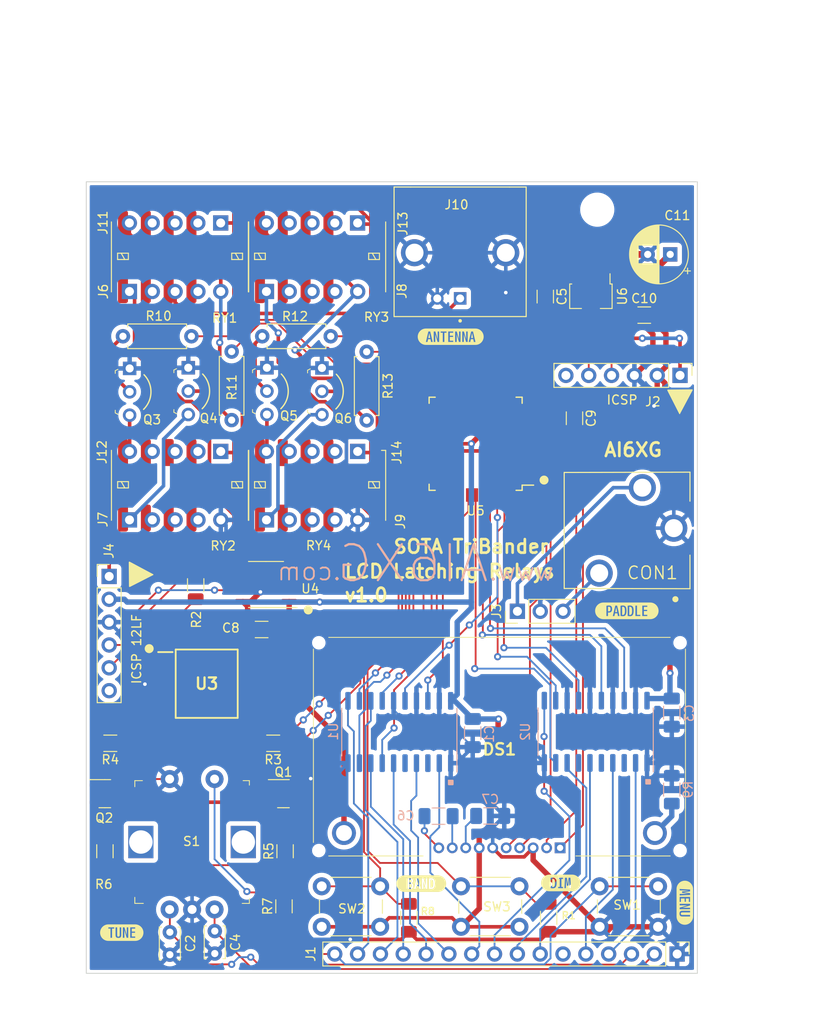
<source format=kicad_pcb>
(kicad_pcb (version 20221018) (generator pcbnew)
  (layers (0 "F.Cu" signal) (31 "B.Cu" signal) (34 "B.Paste" user) (35 "F.Paste" user) (36 "B.SilkS" user "B.Silkscreen") (37 "F.SilkS" user "F.Silkscreen") (38 "B.Mask" user) (39 "F.Mask" user) (44 "Edge.Cuts" user))
  (net 0 "")
  (net 1 "R4.7")
  (net 2 "GND")
  (net 4 "R4.6")
  (net 5 "/5vto3v3/g_3v3")
  (net 6 "R2.7")
  (net 8 "R2.6")
  (net 10 "/5vto3v3/b_3v3")
  (net 11 "Net-(Q1-B)")
  (net 12 "Net-(Q1-C)")
  (net 13 "VDD")
  (net 14 "Net-(Q2-B)")
  (net 16 "Net-(R7-Pad2)")
  (net 17 "ECa")
  (net 18 "ECb")
  (net 19 "R3.3")
  (net 20 "R3.4")
  (net 21 "R3.5")
  (net 22 "R3.6")
  (net 23 "R3.7")
  (net 24 "R3.8")
  (net 25 "R3.9")
  (net 26 "R3.10")
  (net 27 "R4.3")
  (net 28 "R4.4")
  (net 29 "R4.5")
  (net 30 "R4.8")
  (net 31 "R4.9")
  (net 32 "R4.10")
  (net 33 "R1.6")
  (net 34 "R2.3")
  (net 35 "R2.4")
  (net 36 "R2.5")
  (net 37 "R2.8")
  (net 38 "R2.9")
  (net 39 "R2.10")
  (net 40 "R1.7")
  (net 41 "R1.3")
  (net 42 "R1.4")
  (net 43 "R1.5")
  (net 44 "R1.8")
  (net 45 "R1.9")
  (net 46 "R1.10")
  (net 47 "VPP")
  (net 48 "ICSPCLK")
  (net 49 "ICSPDAT")
  (net 50 "Net-(Q2-C)")
  (net 51 "/5vto3v3/D1")
  (net 52 "/5vto3v3/D2")
  (net 53 "/5vto3v3/e")
  (net 54 "/5vto3v3/d")
  (net 55 "/5vto3v3/D4")
  (net 56 "dp")
  (net 57 "/5vto3v3/D3")
  (net 58 "/5vto3v3/f")
  (net 59 "/5vto3v3/c")
  (net 60 "/5vto3v3/a")
  (net 61 "/5vto3v3/g")
  (net 62 "/5vto3v3/b")
  (net 63 "SW")
  (net 64 "Net-(Q3-B)")
  (net 65 "Dit")
  (net 66 "Dah")
  (net 67 "Net-(Q4-B)")
  (net 68 "Net-(Q5-B)")
  (net 69 "Net-(Q6-B)")
  (net 70 "/5vto3v3/a_3v3")
  (net 71 "/5vto3v3/c_3v3")
  (net 72 "/5vto3v3/f_3v3")
  (net 73 "/5vto3v3/D3_3v3")
  (net 74 "/5vto3v3/D4_3v3")
  (net 75 "/5vto3v3/d_3v3")
  (net 76 "/5vto3v3/e_3v3")
  (net 77 "/5vto3v3/D2_3v3")
  (net 78 "/5vto3v3/D1_3v3")
  (net 79 "/Display/RST")
  (net 80 "/Display/RS")
  (net 81 "Net-(DS1-C1+)")
  (net 85 "Net-(DS1-C1-)")
  (net 86 "Net-(DS1-VOUT)")
  (net 87 "/Display/SCL")
  (net 88 "/Display/SI")
  (net 89 "Net-(J4-Pin_1)")
  (net 90 "Net-(J4-Pin_4)")
  (net 91 "+3V3")
  (net 92 "Net-(U3-DC)")
  (net 93 "Net-(DS1-PadK1)")
  (net 94 "Net-(U3-A)")
  (net 95 "Net-(U4-RA2)")
  (net 97 "Net-(J4-Pin_5)")
  (net 99 "/Display/Dim_1")
  (net 100 "/Display/Dim_0")
  (net 112 "/PIC16F887/Dim")
  (net 113 "/PIC16F887/Band")
  (net 114 "/PIC16F887/20_mtr")
  (net 115 "/PIC16F887/15_mtr")
  (net 116 "/PIC16F887/R12s")
  (net 117 "/PIC16F887/R12r")
  (net 118 "/PIC16F887/R34s")
  (net 119 "/PIC16F887/R34r")
  (footprint "digikey-footprints:Rotary_Encoder_Switched_PEC11R" (layer "F.Cu") (at 56.525 122.9)
    (fp_text reference "S1")
    (fp_text value "Encoder" hide)
  )
  (footprint "Resistor_SMD:R_1206_3216Metric_Pad1.30x1.75mm_HandSolder" (layer "F.Cu") (at 71.25 111.925 180)
    (fp_text reference "R3")
    (fp_text value "4k7")
  )
  (footprint "CUI_SJ1-3523:CUI_SJ1-3513N round pin" (layer "F.Cu") (at 115.825 88.0071 180)
    (fp_text reference "CON1")
    (fp_text value "Paddle" hide)
  )
  (footprint "Connector_PinHeader_2.54mm:PinHeader_1x05_P2.54mm_Vertical" (layer "F.Cu") (at 55.26 87.09 90)
    (fp_text reference "J7")
    (fp_text value "Conn_01x05" hide)
  )
  (footprint "Capacitor_SMD:C_1206_3216Metric_Pad1.33x1.80mm_HandSolder" (layer "F.Cu") (at 101.525 62.2625 -90)
    (fp_text reference "C5")
    (fp_text value "1uF" hide)
  )
  (footprint "Resistor_SMD:R_1206_3216Metric_Pad1.30x1.75mm_HandSolder" (layer "F.Cu") (at 53.125 111.925 180)
    (fp_text reference "R4")
    (fp_text value "4k7" hide)
  )
  (footprint "Connector_PinHeader_2.54mm:PinHeader_1x05_P2.54mm_Vertical" (layer "F.Cu") (at 80.645 54.08 -90)
    (fp_text reference "J13")
    (fp_text value "Conn_01x05" hide)
  )
  (footprint "Connector_PinHeader_2.54mm:PinHeader_1x16_P2.54mm_Vertical" (layer "F.Cu") (at 116.2 135.35 -90)
    (fp_text reference "J1")
    (fp_text value "Conn_01x16" hide)
  )
  (footprint "AI6XG:R THT .25W minP" (layer "F.Cu") (at 62.15 66.675 180)
    (fp_text reference "R10")
    (fp_text value "4k7" hide)
  )
  (footprint "Relay_SMD:Relay_DPDT_Kemet_EE2_NU_DoubleCoil" (layer "F.Cu") (at 60.89 83.245 -90)
    (fp_text reference "RY2")
    (fp_text value "TX2SA-L2-5" hide)
  )
  (footprint "kibuzzard-659F9955" (layer "F.Cu") (at 117.05 129.65 -90)
    (fp_text reference "kibuzzard-659F9955" hide)
    (fp_text value "G***" hide)
  )
  (footprint "Connector_PinHeader_2.54mm:PinHeader_1x06_P2.54mm_Vertical" (layer "F.Cu") (at 116.52 71.025 -90)
    (fp_text reference "J2")
    (fp_text value "ICSP" hide)
  )
  (footprint "Package_QFP:TQFP-44_10x10mm_P0.8mm" (layer "F.Cu") (at 93.775 78.625 180)
    (fp_text reference "U5")
    (fp_text value "PIC16F887-I_PT")
  )
  (footprint "LH1540AABTR:SOP254P980X425-6N" (layer "F.Cu") (at 63.85 105.3)
    (fp_text reference "U3")
    (fp_text value "LH1546AAB" hide)
  )
  (footprint "Resistor_SMD:R_1206_3216Metric_Pad1.30x1.75mm_HandSolder" (layer "F.Cu") (at 86.35 131.325 90)
    (fp_text reference "R8")
    (fp_text value "10k" hide)
  )
  (footprint "Capacitor_SMD:C_1206_3216Metric_Pad1.33x1.80mm_HandSolder" (layer "F.Cu") (at 69.9625 99.275 180)
    (fp_text reference "C8")
    (fp_text value "0.1uF" hide)
  )
  (footprint "Package_TO_SOT_SMD:SOT-23" (layer "F.Cu") (at 52.5125 117.525)
    (fp_text reference "Q2")
    (fp_text value "MMBT3904" hide)
  )
  (footprint "Connector_PinHeader_2.54mm:PinHeader_1x05_P2.54mm_Vertical" (layer "F.Cu") (at 65.41 79.48 -90)
    (fp_text reference "J12")
    (fp_text value "Conn_01x05" hide)
  )
  (footprint "Connector_PinHeader_2.54mm:PinHeader_1x05_P2.54mm_Vertical" (layer "F.Cu") (at 70.495 61.7 90)
    (fp_text reference "J8")
    (fp_text value "Conn_01x05" hide)
  )
  (footprint "Resistor_SMD:R_1206_3216Metric_Pad1.30x1.75mm_HandSolder" (layer "F.Cu") (at 62.625 94.35 90)
    (fp_text reference "R2")
    (fp_text value "470" hide)
  )
  (footprint "AI6XG:R THT .25W minP" (layer "F.Cu") (at 81.65 68.4 -90)
    (fp_text reference "R13")
    (fp_text value "4k7" hide)
  )
  (footprint "kibuzzard-659F9941" (layer "F.Cu") (at 103.25 127.45)
    (fp_text reference "kibuzzard-659F9941" hide)
    (fp_text value "G***" hide)
  )
  (footprint "Connector_PinHeader_2.54mm:PinHeader_1x05_P2.54mm_Vertical" (layer "F.Cu") (at 70.5 87.09 90)
    (fp_text reference "J9")
    (fp_text value "Conn_01x05" hide)
  )
  (footprint "MountingHole:MountingHole_3.5mm" (layer "F.Cu") (at 107.31 52.6)
    (fp_text reference "REF**" hide)
    (fp_text value "MountingHole_3.5mm" hide)
  )
  (footprint "Capacitor_SMD:C_1206_3216Metric_Pad1.33x1.80mm_HandSolder" (layer "F.Cu") (at 104.775 75.7875 -90)
    (fp_text reference "C9")
    (fp_text value "0.1uF")
  )
  (footprint "Capacitor_THT:C_Disc_D3.4mm_W2.1mm_P2.50mm" (layer "F.Cu") (at 59.75 132.925 -90)
    (fp_text reference "C2")
    (fp_text value ".001u" hide)
  )
  (footprint "AI6XG:R THT .25W minP" (layer "F.Cu") (at 66.625 68.375 -90)
    (fp_text reference "R11")
    (fp_text value "4k7" hide)
  )
  (footprint "Resistor_SMD:R_1206_3216Metric_Pad1.30x1.75mm_HandSolder" (layer "F.Cu") (at 101.9 131.325 90)
    (fp_text reference "R1")
    (fp_text value "10k" hide)
  )
  (footprint "Resistor_SMD:R_1206_3216Metric_Pad1.30x1.75mm_HandSolder" (layer "F.Cu") (at 72.45 130.05 90)
    (fp_text reference "R7")
    (fp_text value "10k" hide)
  )
  (footprint "Capacitor_THT:CP_Radial_D6.3mm_P2.50mm" (layer "F.Cu") (at 115.425 57.575 180)
    (fp_text reference "C11")
    (fp_text value "10u 16V" hide)
  )
  (footprint "kibuzzard-6406D9A6" (layer "F.Cu") (at 110.6 97.2)
    (fp_text reference "kibuzzard-6406D9A6" hide)
    (fp_text value "G***" hide)
  )
  (footprint "digikey-footprints:TO-92-3_Formed_Leads" (layer "F.Cu") (at 70.55 70.175 -90)
    (fp_text reference "Q5")
    (fp_text value "2N4401TFR" hide)
  )
  (footprint "Button_Switch_THT:SW_PUSH_6mm" (layer "F.Cu") (at 76.65 127.825)
    (fp_text reference "SW2")
    (fp_text value "Band Select" hide)
  )
  (footprint "AI6XG:R THT .25W minP" (layer "F.Cu") (at 77.65 66.675 180)
    (fp_text reference "R12")
    (fp_text value "4k7" hide)
  )
  (footprint "AI6XG:NHDC0216CZFSWFBW3V3" (layer "F.Cu") (at 103.175 123.6)
    (fp_text reference "DS1")
    (fp_text value "NHD-C0216CZ-FSW-FBW-3V3" hide)
  )
  (footprint "AI6XG:CONN_1-1337543-0" (layer "F.Cu") (at 92.05 62.4665 -90)
    (fp_text reference "J10")
    (fp_text value "Antenna" hide)
  )
  (footprint "Resistor_SMD:R_1206_3216Metric_Pad1.30x1.75mm_HandSolder" (layer "F.Cu") (at 72.575 123.925 90)
    (fp_text reference "R5")
    (fp_text value "47k" hide)
  )
  (footprint "Connector_PinHeader_2.54mm:PinHeader_1x05_P2.54mm_Vertical" (layer "F.Cu") (at 80.65 79.48 -90)
    (fp_text reference "J14")
    (fp_text value "Conn_01x05" hide)
  )
  (footprint "Capacitor_SMD:C_1206_3216Metric_Pad1.33x1.80mm_HandSolder" (layer "F.Cu") (at 112.5375 64.325)
    (fp_text reference "C10")
    (fp_text value "0.1uF" hide)
  )
  (footprint "digikey-footprints:TO-92-3_Formed_Leads" (layer "F.Cu") (at 55.275 70.25 -90)
    (fp_text reference "Q3")
    (fp_text value "2N4401TFR" hide)
  )
  (footprint "kibuzzard-6406DC87" (layer "F.Cu") (at 91 66.725)
    (fp_text reference "kibuzzard-6406DC87" hide)
    (fp_text value "G***" hide)
  )
  (footprint "Capacitor_THT:C_Disc_D3.4mm_W2.1mm_P2.50mm" (layer "F.Cu") (at 64.75 132.8 -90)
    (fp_text reference "C4")
    (fp_text value ".001u" hide)
  )
  (footprint "kibuzzard-6406D9EC" (layer "F.Cu") (at 87.725 127.525)
    (fp_text reference "kibuzzard-6406D9EC" hide)
    (fp_text value "G***" hide)
  )
  (footprint "Relay_SMD:Relay_DPDT_Kemet_EE2_NU_DoubleCoil" (layer "F.Cu") (at 76.125 57.85 -90)
    (fp_text reference "RY3")
    (fp_text value "TX2SA-L2-5" hide)
  )
  (footprint "Button_Switch_THT:SW_PUSH_6mm" (layer "F.Cu") (at 114.075 132.325 180)
    (fp_text reference "SW1")
    (fp_text value "Menu" hide)
  )
  (footprint "Package_TO_SOT_SMD:SOT-23" (layer "F.Cu") (at 72.3875 117.525)
    (fp_text reference "Q1")
    (fp_text value "MMBT3904" hide)
  )
  (footprint "Connector_PinHeader_2.54mm:PinHeader_1x03_P2.54mm_Vertical" (layer "F.Cu") (at 98.425 97.25 90)
    (fp_text reference "J3")
    (fp_text value "Paddle" hide)
  )
  (footprint "Relay_SMD:Relay_DPDT_Kemet_EE2_NU_DoubleCoil" (layer "F.Cu") (at 76.125 83.25 -90)
    (fp_text reference "RY4")
    (fp_text value "TX2SA-L2-5" hide)
  )
  (footprint "Resistor_SMD:R_1206_3216Metric_Pad1.30x1.75mm_HandSolder" (layer "F.Cu") (at 52.525 123.925 90)
    (fp_text reference "R6")
    (fp_text value "33k" hide)
  )
  (footprint "Button_Switch_THT:SW_PUSH_6mm" (layer "F.Cu") (at 92.15 127.825)
    (fp_text reference "SW3")
    (fp_text value "Dim Level" hide)
  )
  (footprint "Connector_PinHeader_2.54mm:PinHeader_1x05_P2.54mm_Vertical" (layer "F.Cu") (at 65.405 54.08 -90)
    (fp_text reference "J11")
    (fp_text value "Conn_01x05" hide)
  )
  (footprint "kibuzzard-6407CA45" (layer "F.Cu") (at 54.4 132.975)
    (fp_text reference "kibuzzard-6407CA45" hide)
    (fp_text value "G***" hide)
  )
  (footprint "Connector_PinHeader_2.54mm:PinHeader_1x06_P2.54mm_Vertical" (layer "F.Cu") (at 53 93.375)
    (fp_text reference "J4")
    (fp_text value "ICSP_12LF" hide)
  )
  (footprint "Package_SO:SO-8_3.9x4.9mm_P1.27mm" (layer "F.Cu") (at 70.45 94.27 180)
    (fp_text reference "U4")
    (fp_text value "PIC12LF1840-I_SN" hide)
  )
  (footprint "digikey-footprints:TO-92-3_Formed_Leads" (layer "F.Cu") (at 76.675 70.2 -90)
    (fp_text reference "Q6")
    (fp_text value "2N4401TFR" hide)
  )
  (footprint "digikey-footprints:TO-92-3_Formed_Leads" (layer "F.Cu") (at 61.8 70.175 -90)
    (fp_text reference "Q4")
    (fp_text value "2N4401TFR" hide)
  )
  (footprint "Connector_PinHeader_2.54mm:PinHeader_1x05_P2.54mm_Vertical" (layer "F.Cu") (at 55.255 61.7 90)
    (fp_text reference "J6")
    (fp_text value "Conn_01x05" hide)
  )
  (footprint "Package_TO_SOT_SMD:SOT-89-3_Handsoldering" (layer "F.Cu") (at 106.6 62.225 -90)
    (fp_text reference "U6")
    (fp_text value "TS78L03ACY_RMG" hide)
  )
  (footprint "Relay_SMD:Relay_DPDT_Kemet_EE2_NU_DoubleCoil" (layer "F.Cu") (at 60.885 57.85 -90)
    (fp_text reference "RY1")
    (fp_text value "TX2SA-L2-5" hide)
  )
  (footprint "Resistor_SMD:R_1206_3216Metric_Pad1.30x1.75mm_HandSolder" (layer "B.Cu") (at 115.6 117.075 90)
    (fp_text reference "R9")
    (fp_text value "10" hide)
  )
  (footprint "Capacitor_SMD:C_1206_3216Metric_Pad1.33x1.80mm_HandSolder" (layer "B.Cu") (at 89.65 120.025 180)
    (fp_text reference "C6")
    (fp_text value "1uF" hide)
  )
  (footprint "Capacitor_SMD:C_1206_3216Metric_Pad1.33x1.80mm_HandSolder" (layer "B.Cu") (at 95.4 120 180)
    (fp_text reference "C7")
    (fp_text value "1uF" hide)
  )
  (footprint "Capacitor_SMD:C_1206_3216Metric_Pad1.33x1.80mm_HandSolder" (layer "B.Cu") (at 93.45 110.7875 -90)
    (fp_text reference "C1")
    (fp_text value "0.1 uF" hide)
  )
  (footprint "Capacitor_SMD:C_1206_3216Metric_Pad1.33x1.80mm_HandSolder" (layer "B.Cu") (at 115.6 108.5125 -90)
    (fp_text reference "C3")
    (fp_text value "0.1 uF" hide)
  )
  (footprint "Package_SO:SO-20_5.3x12.6mm_P1.27mm" (layer "B.Cu") (at 85.285 110.669274 90)
    (fp_text reference "U1")
    (fp_text value "SN74LVC244ANSR" hide)
  )
  (footprint "Package_SO:SO-20_5.3x12.6mm_P1.27mm" (layer "B.Cu") (at 107.131399 110.644274 90)
    (fp_text reference "U2")
    (fp_text value "SN74LVC244ANSR")
  )
  (gr_rect (start 90.788601 116.075) (end 91.225 116.488547) (stroke (width 0.2)) (fill solid) (layer "B.SilkS"))
  (gr_rect (start 112.75 116) (end 113.186399 116.413547) (stroke (width 0.2)) (fill solid) (layer "B.SilkS"))
  (gr_poly (pts (xy 57.825 93.175) (xy 55.275 94.475) (xy 55.25 91.8)) (stroke (width 0.15)) (fill solid) (layer "F.SilkS"))
  (gr_circle (center 75.15 97.1) (end 75.55 97.1) (stroke (width 0.2)) (fill solid) (layer "F.SilkS"))
  (gr_poly (pts (xy 116.475 75.225) (xy 115.175 72.675) (xy 117.85 72.65)) (stroke (width 0.15)) (fill solid) (layer "F.SilkS"))
  (gr_circle (center 101.387666 82.662334) (end 101.787666 82.662334) (stroke (width 0.2)) (fill solid) (layer "F.SilkS"))
  (gr_circle (center 57.45 101.4) (end 57.85 101.4) (stroke (width 0.2)) (fill solid) (layer "F.SilkS"))
  (gr_rect (start 118.35 137.5) (end 118.35 137.5) (stroke (width 0.1)) (fill none) (layer "Edge.Cuts"))
  (gr_rect (start 50.45 49.5) (end 118.45 137.5) (stroke (width 0.1)) (fill none) (layer "Edge.Cuts"))
  (gr_text "www." (at 98.875 92.85) (layer "B.SilkS") (effects (font (size 2 2) (thickness 0.2)) (justify mirror)))
  (gr_text "AI6XG" (at 86.8 91.95) (layer "B.SilkS") (effects (font (size 4 4) (thickness 0.25)) (justify mirror)))
  (gr_text ".com" (at 75.25 92.8) (layer "B.SilkS") (effects (font (size 2 2) (thickness 0.2)) (justify mirror)))
  (gr_text "AI6XG" (at 111.3 79.3) (layer "F.SilkS") (effects (font (size 1.5 1.5) (thickness 0.3))))
  (gr_text "LCD Latching Relays " (at 79.05 93.6855) (layer "F.SilkS") (effects (font (size 1.5 1.5) (thickness 0.3) bold) (justify left bottom)))
  (gr_text "ICSP 12LF" (at 56.05 101.45 90) (layer "F.SilkS") (effects (font (size 1 1))))
  (gr_text "ICSP" (at 110.075 73.75) (layer "F.SilkS") (effects (font (size 1 1))))
  (gr_text "v1.0" (at 79.05 96.325) (layer "F.SilkS") (effects (font (size 1.5 1.5) (thickness 0.3) bold) (justify left bottom)))
  (gr_text "SOTA TriBander" (at 93.25 90.05) (layer "F.SilkS") (effects (font (size 1.5 1.5) (thickness 0.3))))
  (segment (start 69.97 87.09) (end 69.775 86.895) (width 0.4) (layer "F.Cu") (net 1))
  (segment (start 70.5 87.09) (end 69.97 87.09) (width 0.4) (layer "F.Cu") (net 1))
  (segment (start 76.675 75.4) (end 75.342233 75.4) (width 0.4) (layer "B.Cu") (net 1))
  (segment (start 71.78 85.81) (end 70.5 87.09) (width 0.4) (layer "B.Cu") (net 1))
  (segment (start 75.342233 75.4) (end 71.78 78.962233) (width 0.4) (layer "B.Cu") (net 1))
  (segment (start 71.78 78.962233) (end 71.78 85.81) (width 0.4) (layer "B.Cu") (net 1))
  (segment (start 101.05 133.725) (end 87.2 133.725) (width 0.4) (layer "F.Cu") (net 2))
  (segment (start 96.675 124.55) (end 99.175 124.55) (width 0.4) (layer "F.Cu") (net 2))
  (segment (start 103.975 64.325) (end 110.975 64.325) (width 0.75) (layer "F.Cu") (net 2))
  (segment (start 103.475 63.825) (end 103.975 64.325) (width 0.75) (layer "F.Cu") (net 2))
  (segment (start 104.775 77.35) (end 103.5 78.625) (width 0.6) (layer "F.Cu") (net 2))
  (segment (start 56.975 105.35) (end 59.2 105.35) (width 0.6) (layer "F.Cu") (net 2))
  (segment (start 51.575 118.475) (end 51.575 118.021948) (width 0.2) (layer "F.Cu") (net 2))
  (segment (start 68.4 99.275) (end 68.4 96.7) (width 0.6) (layer "F.Cu") (net 2))
  (segment (start 85.5 133.725) (end 79.825 133.725) (width 0.4) (layer "F.Cu") (net 2))
  (segment (start 101.525 63.825) (end 103.475 63.825) (width 0.75) (layer "F.Cu") (net 2))
  (segment (start 113.5 68.965) (end 113.5 66.45) (width 0.6) (layer "F.Cu") (net 2))
  (segment (start 97.65 81.75) (end 97.65 79.425) (width 0.2) (layer "F.Cu") (net 2))
  (segment (start 108.375 132.875) (end 101.9 132.875) (width 0.6) (layer "F.Cu") (net 2))
  (segment (start 110.7 77.35) (end 113.625 74.425) (width 0.6) (layer "F.Cu") (net 2))
  (segment (start 114.075 132.325) (end 108.925 132.325) (width 0.6) (layer "F.Cu") (net 2))
  (segment (start 97.65 79.425) (end 98.45 78.625) (width 0.4) (layer "F.Cu") (net 2))
  (segment (start 99.175 124.55) (end 100.175 123.55) (width 0.4) (layer "F.Cu") (net 2))
  (segment (start 62.375 105.3) (end 68.4 99.275) (width 0.6) (layer "F.Cu") (net 2))
  (segment (start 59.2 105.35) (end 59.25 105.3) (width 0.4) (layer "F.Cu") (net 2))
  (segment (start 103.5 78.625) (end 99.475 78.625) (width 0.6) (layer "F.Cu") (net 2))
  (segment (start 99.475 82.625) (end 98.525 82.625) (width 0.2) (layer "F.Cu") (net 2))
  (segment (start 62.3 118.475) (end 71.45 118.475) (width 0.4) (layer "F.Cu") (net 2))
  (segment (start 59.25 105.3) (end 62.375 105.3) (width 0.6) (layer "F.Cu") (net 2))
  (segment (start 101.9 132.875) (end 101.05 133.725) (width 0.4) (layer "F.Cu") (net 2))
  (segment (start 107.025 132.875) (end 107.575 132.325) (width 0.2) (layer "F.Cu") (net 2))
  (segment (start 69.8 95.124999) (end 69.800001 95.124999) (width 0.4) (layer "F.Cu") (net 2))
  (segment (start 108.925 132.325) (end 107.575 132.325) (width 0.6) (layer "F.Cu") (net 2))
  (segment (start 87.2 133.725) (end 86.35 132.875) (width 0.4) (layer "F.Cu") (net 2))
  (segment (start 111.44 71.025) (end 113.5 68.965) (width 0.6) (layer "F.Cu") (net 2))
  (segment (start 65.42 87.551306) (end 65.42 87.09) (width 0.4) (layer "F.Cu") (net 2))
  (segment (start 73.621948 115.85) (end 75.425 115.85) (width 0.2) (layer "F.Cu") (net 2))
  (segment (start 69.800001 95.124999) (end 69.825 95.1) (width 0.4) (layer "F.Cu") (net 2))
  (segment (start 97.13 61.82) (end 99.135 63.825) (width 0.75) (layer "F.Cu") (net 2))
  (segment (start 106.6 60.675) (end 106.6 59.8625) (width 0.4) (layer "F.Cu") (net 2))
  (segment (start 110.975 64.325) (end 110.25 64.325) (width 0.4) (layer "F.Cu") (net 2))
  (segment (start 67.875 96.175) (end 68.749999 96.175) (width 0.4) (layer "F.Cu") (net 2))
  (segment (start 95.675 123.55) (end 96.675 124.55) (width 0.4) (layer "F.Cu") (net 2))
  (segment (start 108.925 132.325) (end 108.375 132.875) (width 0.6) (layer "F.Cu") (net 2))
  (segment (start 59.725 115.9) (end 62.3 118.475) (width 0.4) (layer "F.Cu") (net 2))
  (segment (start 98.525 82.625) (end 97.65 81.75) (width 0.2) (layer "F.Cu") (net 2))
  (segment (start 100.175 124.925) (end 107.575 132.325) (width 0.6) (layer "F.Cu") (net 2))
  (segment (start 98.45 78.625) (end 99.475 78.625) (width 0.4) (layer "F.Cu") (net 2))
  (segment (start 111.375 64.325) (end 110.975 64.325) (width 0.6) (layer "F.Cu") (net 2))
  (segment (start 68.749999 96.175) (end 69.8 95.124999) (width 0.6) (layer "F.Cu") (net 2))
  (segment (start 86.35 132.875) (end 85.5 133.725) (width 0.4) (layer "F.Cu") (net 2))
  (segment (start 53.696948 115.9) (end 59.725 115.9) (width 0.2) (layer "F.Cu") (net 2))
  (segment (start 71.45 118.021948) (end 73.621948 115.85) (width 0.2) (layer "F.Cu") (net 2))
  (segment (start 106.6 59.8625) (end 106.6 58.625) (width 0.4) (layer "F.Cu") (net 2))
  (segment (start 68.4 96.7) (end 67.875 96.175) (width 0.6) (layer "F.Cu") (net 2))
  (segment (start 51.575 118.021948) (end 53.696948 115.9) (width 0.2) (layer "F.Cu") (net 2))
  (segment (start 106.6 58.625) (end 107.65 57.575) (width 0.75) (layer "F.Cu") (net 2))
  (segment (start 71.45 118.475) (end 71.45 118.021948) (width 0.2) (layer "F.Cu") (net 2))
  (segment (start 100.175 123.55) (end 100.175 124.925) (width 0.6) (layer "F.Cu") (net 2))
  (segment (start 113.5 66.45) (end 111.375 64.325) (width 0.6) (layer "F.Cu") (net 2))
  (segment (start 99.135 63.825) (end 101.525 63.825) (width 0.75) (layer "F.Cu") (net 2))
  (segment (start 104.775 77.35) (end 110.7 77.35) (width 0.6) (layer "F.Cu") (net 2))
  (segment (start 107.65 57.575) (end 112.925 57.575) (width 0.75) (layer "F.Cu") (net 2))
  (segment (start 88.075 79.425) (end 97.65 79.425) (width 0.4) (layer "F.Cu") (net 2))
  (via (at 113.625 74.425) (size 0.8) (drill 0.4) (layers "F.Cu" "B.Cu") (net 2))
  (via (at 69.825 95.1) (size 0.8) (drill 0.4) (layers "F.Cu" "B.Cu") (net 2))
  (via (at 56.975 105.35) (size 0.8) (drill 0.4) (layers "F.Cu" "B.Cu") (net 2))
  (via (at 79.825 133.725) (size 0.8) (drill 0.4) (layers "F.Cu" "B.Cu") (net 2))
  (via (at 97.13 61.82) (size 0.8) (drill 0.4) (layers "F.Cu" "B.Cu") (net 2))
  (via (at 75.425 115.85) (size 0.8) (drill 0.4) (layers "F.Cu" "B.Cu") (net 2))
  (segment (start 84.65 107.206774) (end 84.65 108.194273) (width 0.2) (layer "B.Cu") (net 2))
  (segment (start 66.675 89.3) (end 66 88.625) (width 0.4) (layer "B.Cu") (net 2))
  (segment (start 69.825 95.1) (end 69.825 89.3) (width 0.4) (layer "B.Cu") (net 2))
  (segment (start 55.275 70.25) (end 61.725 70.25) (width 0.4) (layer "B.Cu") (net 2))
  (segment (start 93.45 116.4875) (end 96.9625 120) (width 0.4) (layer "B.Cu") (net 2))
  (segment (start 86.97 57.3865) (end 97.13 57.3865) (width 0.4) (layer "B.Cu") (net 2))
  (segment (start 62.225 130.4) (end 62.225 132.775) (width 0.4) (layer "B.Cu") (net 2))
  (segment (start 66.325 133.725) (end 64.75 135.3) (width 0.4) (layer "B.Cu") (net 2))
  (segment (start 89.51 62.4665) (end 94.59 57.3865) (width 0.4) (layer "B.Cu") (net 2))
  (segment (start 115.825 76.58) (end 115.825 88.0071) (width 0.4) (layer "B.Cu") (net 2))
  (segment (start 115.6 110.075) (end 117.45 110.075) (width 0.4) (layer "B.Cu") (net 2))
  (segment (start 69.825 89.3) (end 78.45 89.3) (width 0.4) (layer "B.Cu") (net 2))
  (segment (start 108.95 110.075) (end 111.55 110.075) (width 0.2) (layer "B.Cu") (net 2))
  (segment (start 89.51 59.9265) (end 86.97 57.3865) (width 0.4) (layer "B.Cu") (net 2))
  (segment (start 62.225 132.775) (end 64.75 135.3) (width 0.4) (layer "B.Cu") (net 2))
  (segment (start 89.73 108.63) (end 90.4375 109.3375) (width 0.2) (layer "B.Cu") (net 2))
  (segment (start 59.75 135.425) (end 64.625 135.425) (width 0.4) (layer "B.Cu") (net 2))
  (segment (start 61.8 70.175) (end 70.55 70.175) (width 0.4) (layer "B.Cu") (net 2))
  (segment (start 117.475 110.05) (end 117.475 115.55) (width 0.4) (layer "B.Cu") (net 2))
  (segment (start 59.725 115.9) (end 56.975 113.15) (width 0.4) (layer "B.Cu") (net 2))
  (segment (start 56.975 105.35) (end 56.975 102.43) (width 0.4) (layer "B.Cu") (net 2))
  (segment (start 115.825 88.0071) (end 109.005819 88.0071) (width 0.4) (layer "B.Cu") (net 2))
  (segment (start 112.735 72.32) (end 111.44 71.025) (width 0.6) (layer "B.Cu") (net 2))
  (segment (start 80.66 87.09) (end 79.4 85.83) (width 0.4) (layer "B.Cu") (net 2))
  (segment (start 77.851774 115.85) (end 75.425 115.85) (width 0.4) (layer "B.Cu") (net 2))
  (segment (start 115.6 115.525) (end 115.6 110.075) (width 0.4) (layer "B.Cu") (net 2))
  (segment (start 61.725 70.25) (end 61.8 70.175) (width 0.4) (layer "B.Cu") (net 2))
  (segment (start 93.45 112.35) (end 99.659625 112.35) (width 0.4) (layer "B.Cu") (net 2))
  (segment (start 66 87.67) (end 65.42 87.09) (width 0.4) (layer "B.Cu") (net 2))
  (segment (start 79.4 72.5765) (end 81.7765 70.2) (width 0.4) (layer "B.Cu") (net 2))
  (segment (start 116.2 134.45) (end 114.075 132.325) (width 0.4) (layer "B.Cu") (net 2))
  (segment (start 81.7765 70.2) (end 89.51 62.4665) (width 0.4) (layer "B.Cu") (net 2))
  (segment (start 106.496399 107.181774) (end 106.496399 110.071399) (width 0.2) (layer "B.Cu") (net 2))
  (segment (start 106.5 110.075) (end 108.95 110.075) (width 0.2) (layer "B.Cu") (net 2))
  (segment (start 111.576399 110.048601) (end 111.55 110.075) (width 0.2) (layer "B.Cu") (net 2))
  (segment (start 64.625 135.425) (end 64.75 135.3) (width 0.4) (layer "B.Cu") (net 2))
  (segment (start 90.4375 109.3375) (end 93.45 112.35) (width 0.2) (layer "B.Cu") (net 2))
  (segment (start 91.668226 114.131774) (end 93.45 112.35) (width 0.4) (layer "B.Cu") (net 2))
  (segment (start 62.225 118.4) (end 59.725 115.9) (width 0.4) (layer "B.Cu") (net 2))
  (segment (start 62.225 118.4) (end 62.225 130.4) (width 0.4) (layer "B.Cu") (net 2))
  (segment (start 69.825 89.3) (end 66.675 89.3) (width 0.4) (layer "B.Cu") (net 2))
  (segment (start 79.4 85.83) (end 79.4 72.5765) (width 0.4) (layer "B.Cu") (net 2))
  (segment (start 105.125 110.075) (end 106.5 110.075) (width 0.2) (layer "B.Cu") (net 2))
  (segment (start 91 114.131774) (end 91.668226 114.131774) (width 0.4) (layer "B.Cu") (net 2))
  (segment (start 85.793227 109.3375) (end 87.2 109.3375) (width 0.2) (layer "B.Cu") (net 2))
  (segment (start 112.735 73.49) (end 115.825 76.58) (width 0.4) (layer "B.Cu") (net 2))
  (segment (start 100.965 96.047919) (end 100.965 97.25) (width 0.4) (layer "B.Cu") (net 2))
  (segment (start 93.45 112.35) (end 93.45 116.4875) (width 0.4) (layer "B.Cu") (net 2))
  (segment (start 116.2 135.35) (end 116.2 134.45) (width 0.4) (layer "B.Cu") (net 2))
  (segment (start 76.65 70.175) (end 76.675 70.2) (width 0.4) (layer "B.Cu") (net 2))
  (segment (start 112.735 73.14) (end 112.735 72.32) (width 0.6) (layer "B.Cu") (net 2))
  (segment (start 111.55 110.075) (end 115.6 110.075) (width 0.2) (layer "B.Cu") (net 2))
  (segment (start 106.496399 110.071399) (end 106.5 110.075) (width 0.2) (layer "B.Cu") (net 2))
  (segment (start 115.6 110.075) (end 115.6 111.353173) (width 0.4) (layer "B.Cu") (net 2))
  (segment (start 66 88.625) (end 66 87.67) (width 0.4) (layer "B.Cu") (net 2))
  (segment (start 115.6 111.353173) (end 112.846399 114.106774) (width 0.4) (layer "B.Cu") (net 2))
  (segment (start 76.675 70.2) (end 81.7765 70.2) (width 0.4) (layer "B.Cu") (net 2))
  (segment (start 87.19 109.3275) (end 87.2 109.3375) (width 0.2) (layer "B.Cu") (net 2))
  (segment (start 117.475 89.6571) (end 117.475 110.05) (width 0.4) (layer "B.Cu") (net 2))
  (segment (start 87.19 107.206774) (end 87.19 109.3275) (width 0.2) (layer "B.Cu") (net 2))
  (segment (start 56.975 113.15) (end 56.975 105.35) (width 0.4) (layer "B.Cu") (net 2))
  (segment (start 111.576399 107.181774) (end 111.576399 110.048601) (width 0.2) (layer "B.Cu") (net 2))
  (segment (start 109.036399 107.181774) (end 109.036399 109.988601) (width 0.2) (layer "B.Cu") (net 2))
  (segment (start 95.675 123.55) (end 95.675 121.2875) (width 0.4) (layer "B.Cu") (net 2))
  (segment (start 112.735 73.14) (end 112.735 73.49) (width 0.4) (layer "B.Cu") (net 2))
  (segment (start 115.825 88.0071) (end 117.475 89.6571) (width 0.4) (layer "B.Cu") (net 2))
  (segment (start 70.55 70.175) (end 76.65 70.175) (width 0.4) (layer "B.Cu") (net 2))
  (segment (start 103.956399 108.906399) (end 105.125 110.075) (width 0.2) (layer "B.Cu") (net 2))
  (segment (start 84.65 108.194273) (end 85.793227 109.3375) (width 0.2) (layer "B.Cu") (net 2))
  (segment (start 117.45 115.525) (end 117.475 115.55) (width 0.4) (layer "B.Cu") (net 2))
  (segment (start 117.475 134.075) (end 116.2 135.35) (width 0.4) (layer "B.Cu") (net 2))
  (segment (start 115.6 115.525) (end 117.45 115.525) (width 0.4) (layer "B.Cu") (net 2))
  (segment (start 103.956399 107.181774) (end 103.956399 108.906399) (width 0.2) (layer "B.Cu") (net 2))
  (segment (start 117.475 115.55) (end 117.475 134.075) (width 0.4) (layer "B.Cu") (net 2))
  (segment (start 94.59 57.3865) (end 97.13 57.3865) (width 0.4) (layer "B.Cu") (net 2))
  (segment (start 109.005819 88.0071) (end 100.965 96.047919) (width 0.4) (layer "B.Cu") (net 2))
  (segment (start 109.036399 109.988601) (end 108.95 110.075) (width 0.2) (layer "B.Cu") (net 2))
  (segment (start 56.975 102.43) (end 53 98.455) (width 0.4) (layer "B.Cu") (net 2))
  (segment (start 79.825 133.725) (end 66.325 133.725) (width 0.4) (layer "B.Cu") (net 2))
  (segment (start 97.13 57.3865) (end 97.13 61.82) (width 0.4) (layer "B.Cu") (net 2))
  (segment (start 89.51 62.4665) (end 89.51 59.9265) (width 0.4) (layer "B.Cu") (net 2))
  (segment (start 117.45 110.075) (end 117.475 110.05) (width 0.4) (layer "B.Cu") (net 2))
  (segment (start 78.45 89.3) (end 80.66 87.09) (width 0.4) (layer "B.Cu") (net 2))
  (segment (start 95.675 121.2875) (end 96.9625 120) (width 0.4) (layer "B.Cu") (net 2))
  (segment (start 89.73 107.206774) (end 89.73 108.63) (width 0.2) (layer "B.Cu") (net 2))
  (segment (start 99.659625 112.35) (end 101.416399 114.106774) (width 0.4) (layer "B.Cu") (net 2))
  (segment (start 79.57 114.131774) (end 77.851774 115.85) (width 0.4) (layer "B.Cu") (net 2))
  (segment (start 87.2 109.3375) (end 90.4375 109.3375) (width 0.2) (layer "B.Cu") (net 2))
  (segment (start 70.49 79.48) (end 69.9 79.48) (width 0.4) (layer "F.Cu") (net 4))
  (segment (start 69.9 79.48) (end 69.775 79.605) (width 0.4) (layer "F.Cu") (net 4))
  (segment (start 70.55 75.375) (end 70.55 78.83) (width 0.4) (layer "F.Cu") (net 4))
  (segment (start 70.55 78.83) (end 69.775 79.605) (width 0.4) (layer "F.Cu") (net 4))
  (segment (start 89.45 101.23995) (end 84.7 105.98995) (width 0.2) (layer "F.Cu") (net 5))
  (segment (start 92.175 84.325) (end 92.175 86.075) (width 0.2) (layer "F.Cu") (net 5))
  (segment (start 84.675 110.25) (end 84.7 110.225) (width 0.2) (layer "F.Cu") (net 5))
  (segment (start 92.175 86.075) (end 89.45 88.8) (width 0.2) (layer "F.Cu") (net 5))
  (segment (start 84.7 105.98995) (end 84.7 110.225) (width 0.2) (layer "F.Cu") (net 5))
  (segment (start 89.45 88.8) (end 89.45 101.23995) (width 0.2) (layer "F.Cu") (net 5))
  (via (at 84.7 110.225) (size 0.8) (drill 0.4) (layers "F.Cu" "B.Cu") (net 5))
  (segment (start 84.7 110.225) (end 83.38 111.545) (width 0.2) (layer "B.Cu") (net 5))
  (segment (start 83.38 111.545) (end 83.38 114.131774) (width 0.2) (layer "B.Cu") (net 5))
  (segment (start 55.26 87.09) (end 54.74 87.09) (width 0.4) (layer "F.Cu") (net 6))
  (segment (start 54.74 87.09) (end 54.54 86.89) (width 0.4) (layer "F.Cu") (net 6))
  (segment (start 59.05 78.125) (end 59.05 83.3) (width 0.4) (layer "B.Cu") (net 6))
  (segment (start 61.8 75.375) (end 59.05 78.125) (width 0.4) (layer "B.Cu") (net 6))
  (segment (start 59.05 83.3) (end 55.26 87.09) (width 0.4) (layer "B.Cu") (net 6))
  (segment (start 55.25 79.48) (end 54.66 79.48) (width 0.4) (layer "F.Cu") (net 8))
  (segment (start 55.275 75.45) (end 55.275 78.865) (width 0.4) (layer "F.Cu") (net 8))
  (segment (start 54.66 79.48) (end 54.54 79.6) (width 0.4) (layer "F.Cu") (net 8))
  (segment (start 55.275 78.865) (end 54.54 79.6) (width 0.4) (layer "F.Cu") (net 8))
  (segment (start 90.575 85.55) (end 90.575 84.325) (width 0.2) (layer "F.Cu") (net 10))
  (segment (start 87.975 100.275) (end 87.975 88.15) (width 0.2) (layer "F.Cu") (net 10))
  (segment (start 83.9 104.35) (end 87.975 100.275) (width 0.2) (layer "F.Cu") (net 10))
  (segment (start 87.975 88.15) (end 90.575 85.55) (width 0.2) (layer "F.Cu") (net 10))
  (via (at 83.9 104.35) (size 0.8) (drill 0.4) (layers "F.Cu" "B.Cu") (net 10))
  (segment (start 83.175 105.1) (end 83.9 104.375) (width 0.2) (layer "B.Cu") (net 10))
  (segment (start 80.84 108.834826) (end 81.51 108.164826) (width 0.2) (layer "B.Cu") (net 10))
  (segment (start 81.51 106.04) (end 82.45 105.1) (width 0.2) (layer "B.Cu") (net 10))
  (segment (start 81.51 108.164826) (end 81.51 106.04) (width 0.2) (layer "B.Cu") (net 10))
  (segment (start 82.45 105.1) (end 83.175 105.1) (width 0.2) (layer "B.Cu") (net 10))
  (segment (start 80.84 114.131774) (end 80.84 108.834826) (width 0.2) (layer "B.Cu") (net 10))
  (segment (start 83.9 104.375) (end 83.9 104.35) (width 0.2) (layer "B.Cu") (net 10))
  (segment (start 71.45 116.575) (end 69.7 114.825) (width 0.2) (layer "F.Cu") (net 11))
  (segment (start 69.7 114.825) (end 69.7 111.925) (width 0.2) (layer "F.Cu") (net 11))
  (segment (start 72.575 122.375) (end 72.575 118.275) (width 0.2) (layer "F.Cu") (net 12))
  (segment (start 72.575 118.275) (end 73.325 117.525) (width 0.2) (layer "F.Cu") (net 12))
  (segment (start 83.27 60.7) (end 82.475 61.495) (width 0.75) (layer "F.Cu") (net 13))
  (segment (start 69.135 52.305) (end 80.575 52.305) (width 0.4) (layer "F.Cu") (net 13))
  (segment (start 101.525 60.7) (end 104.175 60.7) (width 0.75) (layer "F.Cu") (net 13))
  (segment (start 101.525 60.7) (end 83.27 60.7) (width 0.75) (layer "F.Cu") (net 13))
  (segment (start 104.175 60.7) (end 105.1 59.775) (width 0.75) (layer "F.Cu") (net 13))
  (segment (start 80.77 54.205) (end 80.645 54.08) (width 0.4) (layer "F.Cu") (net 13))
  (segment (start 67.11 54.08) (end 67.235 54.205) (width 0.4) (layer "F.Cu") (net 13))
  (segment (start 80.575 52.305) (end 82.475 54.205) (width 0.4) (layer "F.Cu") (net 13))
  (segment (start 82.475 54.205) (end 80.77 54.205) (width 0.4) (layer "F.Cu") (net 13))
  (segment (start 65.405 54.08) (end 67.11 54.08) (width 0.4) (layer "F.Cu") (net 13))
  (segment (start 67.235 54.205) (end 69.135 52.305) (width 0.4) (layer "F.Cu") (net 13))
  (segment (start 67.235 54.205) (end 67.235 61.495) (width 0.4) (layer "F.Cu") (net 13))
  (segment (start 82.475 54.205) (end 82.475 61.495) (width 0.75) (layer "F.Cu") (net 13))
  (segment (start 51.575 111.925) (end 51.575 116.575) (width 0.2) (layer "F.Cu") (net 14))
  (segment (start 68.525 128.5) (end 72.45 128.5) (width 0.2) (layer "F.Cu") (net 16))
  (segment (start 68.325 128.4) (end 68.425 128.4) (width 0.2) (layer "F.Cu") (net 16))
  (segment (start 68.425 128.4) (end 68.525 128.5) (width 0.2) (layer "F.Cu") (net 16))
  (via (at 68.325 128.4) (size 0.8) (drill 0.4) (layers "F.Cu" "B.Cu") (net 16))
  (segment (start 68.375 128.45) (end 68.325 128.4) (width 0.2) (layer "B.Cu") (net 16))
  (segment (start 64.725 124.8) (end 68.325 128.4) (width 0.2) (layer "B.Cu") (net 16))
  (segment (start 64.725 115.9) (end 64.725 124.8) (width 0.2) (layer "B.Cu") (net 16))
  (segment (start 59.75 130.425) (end 59.725 130.4) (width 0.2) (layer "F.Cu") (net 17))
  (segment (start 63.325 136.5) (end 59.75 132.925) (width 0.2) (layer "F.Cu") (net 17))
  (segment (start 109.945 136.525) (end 111.12 135.35) (width 0.2) (layer "F.Cu") (net 17))
  (segment (start 63.325 136.5) (end 66.625 136.5) (width 0.2) (layer "F.Cu") (net 17))
  (segment (start 68.775 135.675) (end 69.625 136.525) (width 0.2) (layer "F.Cu") (net 17))
  (segment (start 69.625 136.525) (end 109.945 136.525) (width 0.2) (layer "F.Cu") (net 17))
  (segment (start 59.75 132.925) (end 59.75 130.425) (width 0.2) (layer "F.Cu") (net 17))
  (via (at 66.625 136.5) (size 0.8) (drill 0.4) (layers "F.Cu" "B.Cu") (net 17))
  (via (at 68.75 135.7) (size 0.8) (drill 0.4) (layers "F.Cu" "B.Cu") (net 17))
  (segment (start 67.425 135.7) (end 68.75 135.7) (width 0.2) (layer "B.Cu") (net 17))
  (segment (start 66.625 136.5) (end 67.425 135.7) (width 0.2) (layer "B.Cu") (net 17))
  (segment (start 64.725 132.775) (end 64.75 132.8) (width 0.2) (layer "F.Cu") (net 18))
  (segment (start 68.969 137.019) (end 64.75 132.8) (width 0.2) (layer "F.Cu") (net 18))
  (segment (start 113.66 135.35) (end 111.991 137.019) (width 0.2) (layer "F.Cu") (net 18))
  (segment (start 111.991 137.019) (end 68.969 137.019) (width 0.2) (layer "F.Cu") (net 18))
  (segment (start 64.725 130.4) (end 64.725 132.775) (width 0.2) (layer "F.Cu") (net 18))
  (segment (start 78.105 54.08) (end 77.52 54.08) (width 0.4) (layer "F.Cu") (net 19))
  (segment (start 77.52 54.08) (end 77.395 54.205) (width 0.4) (layer "F.Cu") (net 19))
  (segment (start 74.98 54.08) (end 74.855 54.205) (width 0.4) (layer "F.Cu") (net 20))
  (segment (start 75.565 54.08) (end 74.98 54.08) (width 0.4) (layer "F.Cu") (net 20))
  (segment (start 73.025 54.08) (end 72.44 54.08) (width 0.4) (layer "F.Cu") (net 21))
  (segment (start 72.44 54.08) (end 72.315 54.205) (width 0.4) (layer "F.Cu") (net 21))
  (segment (start 70.485 54.08) (end 70.485 55.282081) (width 0.4) (layer "F.Cu") (net 22))
  (segment (start 75.45 71.35) (end 74.275 70.175) (width 0.4) (layer "F.Cu") (net 22))
  (segment (start 82.85 79.23) (end 82.85 75.45) (width 0.4) (layer "F.Cu") (net 22))
  (segment (start 78.75 71.35) (end 75.45 71.35) (width 0.4) (layer "F.Cu") (net 22))
  (segment (start 73.527919 58.325) (end 77.425 58.325) (width 0.4) (layer "F.Cu") (net 22))
  (segment (start 74.275 70.175) (end 74.275 68.8) (width 0.4) (layer "F.Cu") (net 22))
  (segment (start 82.475 79.605) (end 80.775 79.605) (width 0.4) (layer "F.Cu") (net 22))
  (segment (start 70.485 54.08) (end 69.9 54.08) (width 0.4) (layer "F.Cu") (net 22))
  (segment (start 77.425 58.47) (end 80.655 61.7) (width 0.4) (layer "F.Cu") (net 22))
  (segment (start 82.475 79.605) (end 82.85 79.23) (width 0.4) (layer "F.Cu") (net 22))
  (segment (start 80.775 79.605) (end 80.65 79.48) (width 0.4) (layer "F.Cu") (net 22))
  (segment (start 82.85 75.45) (end 78.763578 71.363578) (width 0.4) (layer "F.Cu") (net 22))
  (segment (start 70.485 55.282081) (end 73.527919 58.325) (width 0.4) (layer "F.Cu") (net 22))
  (segment (start 69.9 54.08) (end 69.775 54.205) (width 0.4) (layer "F.Cu") (net 22))
  (segment (start 77.425 58.325) (end 77.425 58.47) (width 0.4) (layer "F.Cu") (net 22))
  (segment (start 74.275 68.8) (end 73.675 68.2) (width 0.4) (layer "F.Cu") (net 22))
  (segment (start 78.763578 71.363578) (end 78.75 71.35) (width 0.4) (layer "F.Cu") (net 22))
  (via (at 73.675 68.2) (size 0.8) (drill 0.4) (layers "F.Cu" "B.Cu") (net 22))
  (segment (start 73.675 68.2) (end 74.155 68.2) (width 0.4) (layer "B.Cu") (net 22))
  (segment (start 74.155 68.2) (end 80.655 61.7) (width 0.4) (layer "B.Cu") (net 22))
  (segment (start 76.198654 73.95) (end 72.025 69.776346) (width 0.4) (layer "F.Cu") (net 23))
  (segment (start 70.495 61.7) (end 69.98 61.7) (width 0.4) (layer "F.Cu") (net 23))
  (segment (start 79.4 83.82) (end 79.4 76.3) (width 0.4) (layer "F.Cu") (net 23))
  (segment (start 72.025 69.776346) (end 71.817878 69.569224) (width 0.4) (layer "F.Cu") (net 23))
  (segment (start 77.05 73.95) (end 76.198654 73.95) (width 0.4) (layer "F.Cu") (net 23))
  (segment (start 69.98 61.7) (end 69.775 61.495) (width 0.4) (layer "F.Cu") (net 23))
  (segment (start 82.475 86.895) (end 79.4 83.82) (width 0.4) (layer "F.Cu") (net 23))
  (segment (start 79.4 76.3) (end 77.05 73.95) (width 0.4) (layer "F.Cu") (net 23))
  (segment (start 71.817878 69.569224) (end 71.817878 66.307122) (width 0.4) (layer "F.Cu") (net 23))
  (via (at 71.817878 66.307122) (size 0.8) (drill 0.4) (layers "F.Cu" "B.Cu") (net 23))
  (segment (start 71.817878 66.307122) (end 70.495 64.984244) (width 0.4) (layer "B.Cu") (net 23))
  (segment (start 70.495 64.984244) (end 70.495 61.7) (width 0.4) (layer "B.Cu") (net 23))
  (segment (start 73.035 61.7) (end 72.52 61.7) (width 0.4) (layer "F.Cu") (net 24))
  (segment (start 72.52 61.7) (end 72.315 61.495) (width 0.4) (layer "F.Cu") (net 24))
  (segment (start 75.06 61.7) (end 74.855 61.495) (width 0.4) (layer "F.Cu") (net 25))
  (segment (start 75.575 61.7) (end 75.06 61.7) (width 0.4) (layer "F.Cu") (net 25))
  (segment (start 77.6 61.7) (end 77.395 61.495) (width 0.4) (layer "F.Cu") (net 26))
  (segment (start 78.115 61.7) (end 77.6 61.7) (width 0.4) (layer "F.Cu") (net 26))
  (segment (start 78.11 79.48) (end 77.52 79.48) (width 0.4) (layer "F.Cu") (net 27))
  (segment (start 77.52 79.48) (end 77.395 79.605) (width 0.4) (layer "F.Cu") (net 27))
  (segment (start 75.57 79.48) (end 74.98 79.48) (width 0.4) (layer "F.Cu") (net 28))
  (segment (start 74.98 79.48) (end 74.855 79.605) (width 0.4) (layer "F.Cu") (net 28))
  (segment (start 73.03 79.48) (end 72.44 79.48) (width 0.4) (layer "F.Cu") (net 29))
  (segment (start 72.44 79.48) (end 72.315 79.605) (width 0.4) (layer "F.Cu") (net 29))
  (segment (start 73.04 87.09) (end 72.51 87.09) (width 0.4) (layer "F.Cu") (net 30))
  (segment (start 72.51 87.09) (end 72.315 86.895) (width 0.4) (layer "F.Cu") (net 30))
  (segment (start 75.05 87.09) (end 74.855 86.895) (width 0.4) (layer "F.Cu") (net 31))
  (segment (start 75.58 87.09) (end 75.05 87.09) (width 0.4) (layer "F.Cu") (net 31))
  (segment (start 78.12 87.09) (end 77.59 87.09) (width 0.4) (layer "F.Cu") (net 32))
  (segment (start 77.59 87.09) (end 77.395 86.895) (width 0.4) (layer "F.Cu") (net 32))
  (segment (start 67.24 79.6) (end 65.53 79.6) (width 0.4) (layer "F.Cu") (net 33))
  (segment (start 63 57.9) (end 65.415 60.315) (width 0.4) (layer "F.Cu") (net 33))
  (segment (start 65.415 60.315) (end 65.415 61.7) (width 0.4) (layer "F.Cu") (net 33))
  (segment (start 67.24 79.6) (end 67.825 79.015) (width 0.4) (layer "F.Cu") (net 33))
  (segment (start 67.825 73.575) (end 65.3 71.05) (width 0.4) (layer "F.Cu") (net 33))
  (segment (start 65.3 71.05) (end 65.3 67.3745) (width 0.4) (layer "F.Cu") (net 33))
  (segment (start 55.245 55.282081) (end 57.862919 57.9) (width 0.4) (layer "F.Cu") (net 33))
  (segment (start 55.245 54.08) (end 55.245 55.282081) (width 0.4) (layer "F.Cu") (net 33))
  (segment (start 54.66 54.08) (end 54.535 54.205) (width 0.4) (layer "F.Cu") (net 33))
  (segment (start 65.53 79.6) (end 65.41 79.48) (width 0.4) (layer "F.Cu") (net 33))
  (segment (start 67.825 79.015) (end 67.825 73.575) (width 0.4) (layer "F.Cu") (net 33))
  (segment (start 55.245 54.08) (end 54.66 54.08) (width 0.4) (layer "F.Cu") (net 33))
  (segment (start 57.862919 57.9) (end 63 57.9) (width 0.4) (layer "F.Cu") (net 33))
  (via (at 65.3 67.3745) (size 0.8) (drill 0.4) (layers "F.Cu" "B.Cu") (net 33))
  (segment (start 65.415 67.2595) (end 65.415 61.7) (width 0.4) (layer "B.Cu") (net 33))
  (segment (start 65.3 67.3745) (end 65.415 67.2595) (width 0.4) (layer "B.Cu") (net 33))
  (segment (start 62.28 79.48) (end 62.16 79.6) (width 0.4) (layer "F.Cu") (net 34))
  (segment (start 62.87 79.48) (end 62.28 79.48) (width 0.4) (layer "F.Cu") (net 34))
  (segment (start 60.33 79.48) (end 59.74 79.48) (width 0.4) (layer "F.Cu") (net 35))
  (segment (start 59.74 79.48) (end 59.62 79.6) (width 0.4) (layer "F.Cu") (net 35))
  (segment (start 57.79 79.48) (end 57.2 79.48) (width 0.4) (layer "F.Cu") (net 36))
  (segment (start 57.2 79.48) (end 57.08 79.6) (width 0.4) (layer "F.Cu") (net 36))
  (segment (start 57.8 87.09) (end 57.28 87.09) (width 0.4) (layer "F.Cu") (net 37))
  (segment (start 57.28 87.09) (end 57.08 86.89) (width 0.4) (layer "F.Cu") (net 37))
  (segment (start 60.34 87.09) (end 59.82 87.09) (width 0.4) (layer "F.Cu") (net 38))
  (segment (start 59.82 87.09) (end 59.62 86.89) (width 0.4) (layer "F.Cu") (net 38))
  (segment (start 62.36 87.09) (end 62.16 86.89) (width 0.4) (layer "F.Cu") (net 39))
  (segment (start 62.88 87.09) (end 62.36 87.09) (width 0.4) (layer "F.Cu") (net 39))
  (segment (start 55.825 68.426346) (end 55.825 62.27) (width 0.4) (layer "F.Cu") (net 40))
  (segment (start 55.825 62.27) (end 55.255 61.7) (width 0.4) (layer "F.Cu") (net 40))
  (segment (start 64.16 83.81) (end 64.16 75.91) (width 0.4) (layer "F.Cu") (net 40))
  (segment (start 67.24 86.89) (end 64.16 83.81) (width 0.4) (layer "F.Cu") (net 40))
  (segment (start 64.16 75.91) (end 62.175 73.925) (width 0.4) (layer "F.Cu") (net 40))
  (segment (start 54.74 61.7) (end 54.535 61.495) (width 0.4) (layer "F.Cu") (net 40))
  (segment (start 55.255 61.7) (end 54.74 61.7) (width 0.4) (layer "F.Cu") (net 40))
  (segment (start 62.175 73.925) (end 61.323654 73.925) (width 0.4) (layer "F.Cu") (net 40))
  (segment (start 61.323654 73.925) (end 55.825 68.426346) (width 0.4) (layer "F.Cu") (net 40))
  (segment (start 62.865 54.08) (end 62.28 54.08) (width 0.4) (layer "F.Cu") (net 41))
  (segment (start 62.28 54.08) (end 62.155 54.205) (width 0.4) (layer "F.Cu") (net 41))
  (segment (start 60.325 54.08) (end 59.74 54.08) (width 0.4) (layer "F.Cu") (net 42))
  (segment (start 59.74 54.08) (end 59.615 54.205) (width 0.4) (layer "F.Cu") (net 42))
  (segment (start 57.2 54.08) (end 57.075 54.205) (width 0.4) (layer "F.Cu") (net 43))
  (segment (start 57.785 54.08) (end 57.2 54.08) (width 0.4) (layer "F.Cu") (net 43))
  (segment (start 57.28 61.7) (end 57.075 61.495) (width 0.4) (layer "F.Cu") (net 44))
  (segment (start 57.795 61.7) (end 57.28 61.7) (width 0.4) (layer "F.Cu") (net 44))
  (segment (start 60.335 62.902081) (end 61.572431 64.139512) (width 0.4) (layer "F.Cu") (net 45))
  (segment (start 61.572431 64.139512) (end 90.376988 64.139512) (width 0.4) (layer "F.Cu") (net 45))
  (segment (start 60.335 61.7) (end 59.82 61.7) (width 0.4) (layer "F.Cu") (net 45))
  (segment (start 90.376988 64.139512) (end 92.05 62.4665) (width 0.4) (layer "F.Cu") (net 45))
  (segment (start 60.335 61.7) (end 60.335 62.902081) (width 0.4) (layer "F.Cu") (net 45))
  (segment (start 59.82 61.7) (end 59.615 61.495) (width 0.4) (layer "F.Cu") (net 45))
  (segment (start 62.36 61.7) (end 62.155 61.495) (width 0.4) (layer "F.Cu") (net 46))
  (segment (start 62.875 61.7) (end 62.36 61.7) (width 0.4) (layer "F.Cu") (net 46))
  (segment (start 92.975 69.725) (end 95.8 66.9) (width 0.4) (layer "F.Cu") (net 47))
  (segment (start 116.52 66.97) (end 116.52 71.025) (width 0.4) (layer "F.Cu") (net 47))
  (segment (start 116.45 66.9) (end 116.52 66.97) (width 0.4) (layer "F.Cu") (net 47))
  (segment (start 92.975 72.925) (end 92.975 69.725) (width 0.4) (layer "F.Cu") (net 47))
  (segment (start 95.8 66.9) (end 112.325 66.9) (width 0.4) (layer "F.Cu") (net 47))
  (via (at 112.325 66.9) (size 0.8) (drill 0.4) (layers "F.Cu" "B.Cu") (net 47))
  (via (at 116.45 66.9) (size 0.8) (drill 0.4) (layers "F.Cu" "B.Cu") (net 47))
  (segment (start 112.325 66.9) (end 116.45 66.9) (width 0.4) (layer "B.Cu") (net 47))
  (segment (start 105.825 67.85) (end 106.36 68.385) (width 0.2) (layer "F.Cu") (net 48))
  (segment (start 96.75 67.85) (end 105.825 67.85) (width 0.2) (layer "F.Cu") (net 48))
  (segment (start 106.36 68.385) (end 106.36 71.025) (width 0.2) (layer "F.Cu") (net 48))
  (segment (start 94.575 72.925) (end 94.575 70.025) (width 0.2) (layer "F.Cu") (net 48))
  (segment (start 94.575 70.025) (end 96.75 67.85) (width 0.2) (layer "F.Cu") (net 48))
  (segment (start 108.9 69.375) (end 108.9 71.025) (width 0.2) (layer "F.Cu") (net 49))
  (segment (start 93.775 69.75) (end 96.075 67.45) (width 0.2) (layer "F.Cu") (net 49))
  (segment (start 93.775 72.925) (end 93.775 69.75) (width 0.2) (layer "F.Cu") (net 49))
  (segment (start 106.975 67.45) (end 108.9 69.375) (width 0.2) (layer "F.Cu") (net 49))
  (segment (start 96.075 67.45) (end 106.975 67.45) (width 0.2) (layer "F.Cu") (net 49))
  (segment (start 53.45 121.45) (end 53.45 117.525) (width 0.2) (layer "F.Cu") (net 50))
  (segment (start 52.525 122.375) (end 53.45 121.45) (width 0.2) (layer "F.Cu") (net 50))
  (segment (start 111.576399 132.353601) (end 111.576399 114.106774) (width 0.2) (layer "B.Cu") (net 51))
  (segment (start 108.58 135.35) (end 111.576399 132.353601) (width 0.2) (layer "B.Cu") (net 51))
  (segment (start 109.036399 128.202079) (end 109.036399 114.106774) (width 0.2) (layer "B.Cu") (net 52))
  (segment (start 106.04 131.198478) (end 109.036399 128.202079) (width 0.2) (layer "B.Cu") (net 52))
  (segment (start 106.04 135.35) (end 106.04 131.198478) (width 0.2) (layer "B.Cu") (net 52))
  (segment (start 100.96 135.35) (end 101.590635 135.35) (width 0.2) (layer "F.Cu") (net 53))
  (segment (start 100.96 135.35) (end 100.96 132.601522) (width 0.2) (layer "B.Cu") (net 53))
  (segment (start 106.496399 127.065123) (end 106.496399 114.106774) (width 0.2) (layer "B.Cu") (net 53))
  (segment (start 100.96 132.601522) (end 106.496399 127.065123) (width 0.2) (layer "B.Cu") (net 53))
  (segment (start 104.075 128.738478) (end 104.086522 128.738478) (width 0.2) (layer "B.Cu") (net 54))
  (segment (start 98.42 134.393478) (end 104.075 128.738478) (width 0.2) (layer "B.Cu") (net 54))
  (segment (start 103.956399 114.76) (end 103.956399 114.106774) (width 0.2) (layer "B.Cu") (net 54))
  (segment (start 106.096399 126.728601) (end 106.096399 116.9) (width 0.2) (layer "B.Cu") (net 54))
  (segment (start 104.086522 128.738478) (end 106.096399 126.728601) (width 0.2) (layer "B.Cu") (net 54))
  (segment (start 104.075 114.225375) (end 103.956399 114.106774) (width 0.2) (layer "B.Cu") (net 54))
  (segment (start 106.096399 116.9) (end 103.956399 114.76) (width 0.2) (layer "B.Cu") (net 54))
  (segment (start 98.42 135.35) (end 98.42 134.393478) (width 0.2) (layer "B.Cu") (net 54))
  (segment (start 101.4 111.175) (end 101.386399 111.175) (width 0.2) (layer "F.Cu") (net 55))
  (segment (start 101.4 117.25) (end 101.4 111.175) (width 0.2) (layer "F.Cu") (net 55))
  (via (at 101.4 117.25) (size 0.8) (drill 0.4) (layers "F.Cu" "B.Cu") (net 55))
  (via (at 101.386399 111.175) (size 0.8) (drill 0.4) (layers "F.Cu" "B.Cu") (net 55))
  (segment (start 104.211522 124.925) (end 104.211522 120.088478) (width 0.2) (layer "B.Cu") (net 55))
  (segment (start 104.211522 120.088478) (end 104.225 120.075) (width 0.2) (layer "B.Cu") (net 55))
  (segment (start 104.225 120.075) (end 101.4 117.25) (width 0.2) (layer "B.Cu") (net 55))
  (segment (start 101.386399 111.175) (end 101.416399 111.145) (width 0.2) (layer "B.Cu") (net 55))
  (segment (start 101.416399 111.145) (end 101.416399 107.181774) (width 0.2) (layer "B.Cu") (net 55))
  (segment (start 104.211522 124.925) (end 95.88 133.256522) (width 0.2) (layer "B.Cu") (net 55))
  (segment (start 95.88 133.256522) (end 95.88 135.35) (width 0.2) (layer "B.Cu") (net 55))
  (segment (start 94.19 134.5) (end 93.34 135.35) (width 0.2) (layer "B.Cu") (net 57))
  (segment (start 89.73 121.27) (end 88.734744 122.265256) (width 0.2) (layer "B.Cu") (net 57))
  (segment (start 88.734744 122.265256) (end 88.734744 126.309744) (width 0.2) (layer "B.Cu") (net 57))
  (segment (start 88.734744 126.309744) (end 94.19 131.765) (width 0.2) (layer "B.Cu") (net 57))
  (segment (start 94.19 131.765) (end 94.19 134.5) (width 0.2) (layer "B.Cu") (net 57))
  (segment (start 89.73 114.131774) (end 89.73 121.27) (width 0.2) (layer "B.Cu") (net 57))
  (segment (start 87.375 122.4) (end 86.6 121.625) (width 0.2) (layer "B.Cu") (net 58))
  (segment (start 86.6 118.325) (end 87.19 117.735) (width 0.2) (layer "B.Cu") (net 58))
  (segment (start 87.375 131.925) (end 87.375 122.4) (width 0.2) (layer "B.Cu") (net 58))
  (segment (start 86.6 121.625) (end 86.6 118.325) (width 0.2) (layer "B.Cu") (net 58))
  (segment (start 87.19 117.735) (end 87.19 114.131774) (width 0.2) (layer "B.Cu") (net 58))
  (segment (start 90.8 135.35) (end 87.375 131.925) (width 0.2) (layer "B.Cu") (net 58))
  (segment (start 84.65 120.95) (end 84.65 114.131774) (width 0.2) (layer "B.Cu") (net 59))
  (segment (start 86.475 122.775) (end 84.65 120.95) (width 0.2) (layer "B.Cu") (net 59))
  (segment (start 88.26 135.35) (end 88.26 133.735) (width 0.2) (layer "B.Cu") (net 59))
  (segment (start 88.26 133.735) (end 86.475 131.95) (width 0.2) (layer "B.Cu") (net 59))
  (segment (start 86.475 131.95) (end 86.475 122.775) (width 0.2) (layer "B.Cu") (net 59))
  (segment (start 85.72 122.585686) (end 82.11 118.975686) (width 0.2) (layer "B.Cu") (net 60))
  (segment (start 85.72 135.35) (end 85.72 122.585686) (width 0.2) (layer "B.Cu") (net 60))
  (segment (start 82.11 118.975686) (end 82.11 114.131774) (width 0.2) (layer "B.Cu") (net 60))
  (segment (start 85.075 122.9) (end 81.51 119.335) (width 0.2) (layer "B.Cu") (net 61))
  (segment (start 81.51 119.335) (end 81.51 110.015) (width 0.2) (layer "B.Cu") (net 61))
  (segment (start 83.18 135.35) (end 85.075 133.455) (width 0.2) (layer "B.Cu") (net 61))
  (segment (start 81.51 110.015) (end 82.11 109.415) (width 0.2) (layer "B.Cu") (net 61))
  (segment (start 85.075 133.455) (end 85.075 122.9) (width 0.2) (layer "B.Cu") (net 61))
  (segment (start 82.11 109.415) (end 82.11 107.206774) (width 0.2) (layer "B.Cu") (net 61))
  (segment (start 79.57 109.945) (end 79.57 107.206774) (width 0.2) (layer "B.Cu") (net 62))
  (segment (start 80.64 135.35) (end 81.829657 134.160343) (width 0.2) (layer "B.Cu") (net 62))
  (segment (start 81.829657 120.220343) (end 80.225 118.615686) (width 0.2) (layer "B.Cu") (net 62))
  (segment (start 80.225 118.615686) (end 80.225 110.6) (width 0.2) (layer "B.Cu") (net 62))
  (segment (start 80.225 110.6) (end 79.57 109.945) (width 0.2) (layer "B.Cu") (net 62))
  (segment (start 81.829657 134.160343) (end 81.829657 120.220343) (width 0.2) (layer "B.Cu") (net 62))
  (segment (start 74.225 127.125) (end 72.575 125.475) (width 0.2) (layer "F.Cu") (net 63))
  (segment (start 107.575 127.825) (end 114.075 127.825) (width 0.2) (layer "F.Cu") (net 63))
  (segment (start 74.225 133.375) (end 72.45 131.6) (width 0.2) (layer "F.Cu") (net 63))
  (segment (start 74.225 133.375) (end 74.225 127.125) (width 0.2) (layer "F.Cu") (net 63))
  (segment (start 72.575 125.475) (end 52.525 125.475) (width 0.2) (layer "F.Cu") (net 63))
  (segment (start 78.1 135.35) (end 76.2 135.35) (width 0.2) (layer "F.Cu") (net 63))
  (segment (start 76.2 135.35) (end 74.225 133.375) (width 0.2) (layer "F.Cu") (net 63))
  (segment (start 101.436346 136.5) (end 79.25 136.5) (width 0.2) (layer "B.Cu") (net 63))
  (segment (start 102.11 133.29) (end 102.11 135.826346) (width 0.2) (layer "B.Cu") (net 63))
  (segment (start 102.11 135.826346) (end 101.436346 136.5) (width 0.2) (layer "B.Cu") (net 63))
  (segment (start 79.25 136.5) (end 78.1 135.35) (width 0.2) (layer "B.Cu") (net 63))
  (segment (start 107.575 127.825) (end 102.11 133.29) (width 0.2) (layer "B.Cu") (net 63))
  (segment (start 53.15 70.725) (end 55.275 72.85) (width 0.4) (layer "F.Cu") (net 64))
  (segment (start 53.15 68.055) (end 53.15 70.725) (width 0.4) (layer "F.Cu") (net 64))
  (segment (start 54.53 66.675) (end 53.15 68.055) (width 0.4) (layer "F.Cu") (net 64))
  (segment (start 109.0929 83.5071) (end 112.325 83.5071) (width 0.4) (layer "B.Cu") (net 65))
  (segment (start 98.425 97.25) (end 98.425 94.175) (width 0.4) (layer "B.Cu") (net 65))
  (segment (start 98.425 94.175) (end 109.0929 83.5071) (width 0.4) (layer "B.Cu") (net 65))
  (segment (start 103.505 97.0271) (end 103.505 97.25) (width 0.4) (layer "F.Cu") (net 66))
  (segment (start 107.525 93.0071) (end 103.505 97.0271) (width 0.4) (layer "B.Cu") (net 66))
  (segment (start 61.8 72.775) (end 63.405 72.775) (width 0.4) (layer "F.Cu") (net 67))
  (segment (start 63.405 72.775) (end 66.625 75.995) (width 0.4) (layer "F.Cu") (net 67))
  (segment (start 69.230001 71.455001) (end 70.55 72.775) (width 0.4) (layer "F.Cu") (net 68))
  (segment (start 69.230001 67.474999) (end 69.230001 71.455001) (width 0.4) (layer "F.Cu") (net 68))
  (segment (start 70.03 66.675) (end 69.230001 67.474999) (width 0.4) (layer "F.Cu") (net 68))
  (segment (start 78.43 72.8) (end 81.65 76.02) (width 0.4) (layer "F.Cu") (net 69))
  (segment (start 76.675 72.8) (end 78.43 72.8) (width 0.4) (layer "F.Cu") (net 69))
  (segment (start 86.85 99.875) (end 82.625 104.1) (width 0.2) (layer "F.Cu") (net 70))
  (segment (start 87.125 81.825) (end 86.85 82.1) (width 0.2) (layer "F.Cu") (net 70))
  (segment (start 88.075 81.825) (end 87.125 81.825) (width 0.2) (layer "F.Cu") (net 70))
  (segment (start 86.85 82.1) (end 86.85 99.875) (width 0.2) (layer "F.Cu") (net 70))
  (via (at 82.625 104.1) (size 0.8) (drill 0.4) (layers "F.Cu" "B.Cu") (net 70))
  (segment (start 82.625 104.125) (end 80.84 105.91) (width 0.2) (layer "B.Cu") (net 70))
  (segment (start 82.625 104.1) (end 82.625 104.125) (width 0.2) (layer "B.Cu") (net 70))
  (segment (start 80.84 105.91) (end 80.84 107.206774) (width 0.2) (layer "B.Cu") (net 70))
  (segment (start 88.875 100.825) (end 88.875 88.475) (width 0.2) (layer "F.Cu") (net 71))
  (segment (start 88.875 88.475) (end 91.375 85.975) (width 0.2) (layer "F.Cu") (net 71))
  (segment (start 91.375 85.975) (end 91.375 84.325) (width 0.2) (layer "F.Cu") (net 71))
  (segment (start 85.25 104.45) (end 88.875 100.825) (width 0.2) (layer "F.Cu") (net 71))
  (via (at 85.25 104.45) (size 0.8) (drill 0.4) (layers "F.Cu" "B.Cu") (net 71))
  (segment (start 83.38 106.32) (end 85.25 104.45) (width 0.2) (layer "B.Cu") (net 71))
  (segment (start 83.38 107.206774) (end 83.38 106.32) (width 0.2) (layer "B.Cu") (net 71))
  (segment (start 96.2 86.825) (end 96.175 86.8) (width 0.2) (layer "F.Cu") (net 72))
  (segment (start 96.175 86.8) (end 96.175 84.325) (width 0.2) (layer "F.Cu") (net 72))
  (segment (start 90.825 101.025) (end 93.075 98.775) (width 0.2) (layer "F.Cu") (net 72))
  (via (at 93.075 98.775) (size 0.8) (drill 0.4) (layers "F.Cu" "B.Cu") (net 72))
  (via (at 90.825 101.025) (size 0.8) (drill 0.4) (layers "F.Cu" "B.Cu") (net 72))
  (via (at 96.2 86.825) (size 0.8) (drill 0.4) (layers "F.Cu" "B.Cu") (net 72))
  (segment (start 96.2 86.85) (end 96.2 86.825) (width 0.2) (layer "B.Cu") (net 72))
  (segment (start 85.92 107.206774) (end 85.92 105.805) (width 0.2) (layer "B.Cu") (net 72))
  (segment (start 96.2 95.65) (end 96.2 95.55) (width 0.2) (layer "B.Cu") (net 72))
  (segment (start 93.075 98.775) (end 96.2 95.65) (width 0.2) (layer "B.Cu") (net 72))
  (segment (start 96.2 95.55) (end 96.2 86.85) (width 0.2) (layer "B.Cu") (net 72))
  (segment (start 90.7 101.025) (end 90.825 101.025) (width 0.2) (layer "B.Cu") (net 72))
  (segment (start 85.92 107.206774) (end 85.92 106.219275) (width 0.2) (layer "B.Cu") (net 72))
  (segment (start 85.92 105.805) (end 90.7 101.025) (width 0.2) (layer "B.Cu") (net 72))
  (segment (start 92.975 84.325) (end 92.975 86.15) (width 0.2) (layer "F.Cu") (net 73))
  (segment (start 90.125 89) (end 90.125 103.225) (width 0.2) (layer "F.Cu") (net 73))
  (segment (start 90.125 103.225) (end 88.45 104.9) (width 0.2) (layer "F.Cu") (net 73))
  (segment (start 92.975 86.15) (end 90.125 89) (width 0.2) (layer "F.Cu") (net 73))
  (via (at 88.45 104.9) (size 0.8) (drill 0.4) (layers "F.Cu" "B.Cu") (net 73))
  (segment (start 88.45 104.9) (end 88.46 104.91) (width 0.2) (layer "B.Cu") (net 73))
  (segment (start 88.46 104.91) (end 88.46 107.206774) (width 0.2) (layer "B.Cu") (net 73))
  (segment (start 93.775 103.525) (end 93.775 84.325) (width 0.2) (layer "F.Cu") (net 74))
  (segment (start 93.675 103.625) (end 93.775 103.525) (width 0.2) (layer "F.Cu") (net 74))
  (via (at 93.675 103.625) (size 0.8) (drill 0.4) (layers "F.Cu" "B.Cu") (net 74))
  (segment (start 102.686399 114.106774) (end 102.086399 113.506774) (width 0.2) (layer "B.Cu") (net 74))
  (segment (start 100.25 103.625) (end 93.675 103.625) (width 0.2) (layer "B.Cu") (net 74))
  (segment (start 102.086399 113.506774) (end 102.086399 105.461399) (width 0.2) (layer "B.Cu") (net 74))
  (segment (start 102.086399 105.461399) (end 100.25 103.625) (width 0.2) (layer "B.Cu") (net 74))
  (segment (start 96.975 87.625) (end 96.225 88.375) (width 0.2) (layer "F.Cu") (net 75))
  (segment (start 96.975 84.325) (end 96.975 87.625) (width 0.2) (layer "F.Cu") (net 75))
  (segment (start 96.225 88.375) (end 96.225 102.3) (width 0.2) (layer "F.Cu") (net 75))
  (via (at 96.225 102.3) (size 0.8) (drill 0.4) (layers "F.Cu" "B.Cu") (net 75))
  (segment (start 102.686399 105.495713) (end 102.686399 107.181774) (width 0.2) (layer "B.Cu") (net 75))
  (segment (start 96.225 102.3) (end 99.490686 102.3) (width 0.2) (layer "B.Cu") (net 75))
  (segment (start 99.490686 102.3) (end 102.686399 105.495713) (width 0.2) (layer "B.Cu") (net 75))
  (segment (start 96.925 101.3) (end 96.925 88.625) (width 0.2) (layer "F.Cu") (net 76))
  (segment (start 96.925 88.625) (end 97.775 87.775) (width 0.2) (layer "F.Cu") (net 76))
  (segment (start 97.775 87.775) (end 97.775 84.325) (width 0.2) (layer "F.Cu") (net 76))
  (via (at 96.925 101.3) (size 0.8) (drill 0.4) (layers "F.Cu" "B.Cu") (net 76))
  (segment (start 105.226399 104.926399) (end 101.6 101.3) (width 0.2) (layer "B.Cu") (net 76))
  (segment (start 101.6 101.3) (end 96.925 101.3) (width 0.2) (layer "B.Cu") (net 76))
  (segment (start 105.226399 107.181774) (end 105.226399 104.926399) (width 0.2) (layer "B.Cu") (net 76))
  (segment (start 94.575 99.825) (end 94.575 84.325) (width 0.2) (layer "F.Cu") (net 77))
  (segment (start 94.525 99.875) (end 94.575 99.825) (width 0.2) (layer "F.Cu") (net 77))
  (via (at 94.525 99.875) (size 0.8) (drill 0.4) (layers "F.Cu" "B.Cu") (net 77))
  (segment (start 107.766399 107.181774) (end 107.766399 101.141399) (width 0.2) (layer "B.Cu") (net 77))
  (segment (start 106.5 99.875) (end 94.525 99.875) (width 0.2) (layer "B.Cu") (net 77))
  (segment (start 107.766399 101.141399) (end 106.5 99.875) (width 0.2) (layer "B.Cu") (net 77))
  (segment (start 95.375 99.1) (end 95.375 84.325) (width 0.2) (layer "F.Cu") (net 78))
  (segment (start 95.425 99.15) (end 95.375 99.1) (width 0.2) (layer "F.Cu") (net 78))
  (via (at 95.425 99.15) (size 0.8) (drill 0.4) (layers "F.Cu" "B.Cu") (net 78))
  (segment (start 110.306399 107.181774) (end 110.306399 101.281399) (width 0.2) (layer "B.Cu") (net 78))
  (segment (start 108.175 99.15) (end 95.425 99.15) (width 0.2) (layer "B.Cu") (net 78))
  (segment (start 110.306399 101.281399) (end 108.175 99.15) (width 0.2) (layer "B.Cu") (net 78))
  (segment (start 105.717 84.717) (end 100.425 79.425) (width 0.2) (layer "F.Cu") (net 79))
  (segment (start 105.717 121.008) (end 105.717 84.717) (width 0.2) (layer "F.Cu") (net 79))
  (segment (start 103.175 123.55) (end 105.717 121.008) (width 0.2) (layer "F.Cu") (net 79))
  (segment (start 100.425 79.425) (end 99.475 79.425) (width 0.2) (layer "F.Cu") (net 79))
  (segment (start 101.675 122.701472) (end 104.975 119.401472) (width 0.2) (layer "F.Cu") (net 80))
  (segment (start 104.975 119.401472) (end 104.975 84.775) (width 0.2) (layer "F.Cu") (net 80))
  (segment (start 100.425 80.225) (end 99.475 80.225) (width 0.2) (layer "F.Cu") (net 80))
  (segment (start 101.675 123.55) (end 101.675 122.701472) (width 0.2) (layer "F.Cu") (net 80))
  (segment (start 104.975 84.775) (end 100.425 80.225) (width 0.2) (layer "F.Cu") (net 80))
  (segment (start 91.175 120.0625) (end 91.2125 120.025) (width 0.2) (layer "B.Cu") (net 81))
  (segment (start 91.175 123.55) (end 91.175 120.0625) (width 0.2) (layer "B.Cu") (net 81))
  (segment (start 88.075 121.95) (end 89.675 123.55) (width 0.2) (layer "F.Cu") (net 85))
  (segment (start 88.075 121.65) (end 88.075 121.95) (width 0.2) (layer "F.Cu") (net 85))
  (via (at 88.075 121.65) (size 0.8) (drill 0.4) (layers "F.Cu" "B.Cu") (net 85))
  (segment (start 88.0875 121.6375) (end 88.075 121.65) (width 0.2) (layer "B.Cu") (net 85))
  (segment (start 88.0875 120.025) (end 88.0875 121.6375) (width 0.2) (layer "B.Cu") (net 85))
  (segment (start 92.675 121.1625) (end 93.8375 120) (width 0.2) (layer "B.Cu") (net 86))
  (segment (start 92.675 123.55) (end 92.675 121.1625) (width 0.2) (layer "B.Cu") (net 86))
  (segment (start 100.425 81.025) (end 102.115 82.715) (width 0.2) (layer "F.Cu") (net 87))
  (segment (start 102.115 120.11) (end 98.675 123.55) (width 0.2) (layer "F.Cu") (net 87))
  (segment (start 99.475 81.025) (end 100.425 81.025) (width 0.2) (layer "F.Cu") (net 87))
  (segment (start 102.115 82.715) (end 102.115 120.11) (width 0.2) (layer "F.Cu") (net 87))
  (segment (start 99.815 120.91) (end 97.175 123.55) (width 0.2) (layer "F.Cu") (net 88))
  (segment (start 99.815 96.76) (end 99.815 120.91) (width 0.2) (layer "F.Cu") (net 88))
  (segment (start 99.475 81.825) (end 100.425 81.825) (width 0.2) (layer "F.Cu") (net 88))
  (segment (start 101.65 94.925) (end 99.815 96.76) (width 0.2) (layer "F.Cu") (net 88))
  (segment (start 100.425 81.825) (end 101.65 83.05) (width 0.2) (layer "F.Cu") (net 88))
  (segment (start 101.65 83.05) (end 101.65 94.925) (width 0.2) (layer "F.Cu") (net 88))
  (segment (start 73.025 92.365) (end 71.26 90.6) (width 0.4) (layer "F.Cu") (net 89))
  (segment (start 54.275 90.6) (end 53 91.875) (width 0.4) (layer "F.Cu") (net 89))
  (segment (start 71.26 90.6) (end 54.275 90.6) (width 0.4) (layer "F.Cu") (net 89))
  (segment (start 53 91.875) (end 53 93.375) (width 0.4) (layer "F.Cu") (net 89))
  (segment (start 55.65 97.725) (end 58.475 94.9) (width 0.2) (layer "F.Cu") (net 90))
  (segment (start 53 100.995) (end 54.63 100.995) (width 0.2) (layer "F.Cu") (net 90))
  (segment (start 64.725 94.9) (end 64.73 94.905) (width 0.2) (layer "F.Cu") (net 90))
  (segment (start 55.65 99.975) (end 55.65 97.725) (width 0.2) (layer "F.Cu") (net 90))
  (segment (start 64.73 94.905) (end 67.875 94.905) (width 0.2) (layer "F.Cu") (net 90))
  (segment (start 54.63 100.995) (end 55.65 99.975) (width 0.2) (layer "F.Cu") (net 90))
  (via (at 64.725 94.9) (size 0.8) (drill 0.4) (layers "F.Cu" "B.Cu") (net 90))
  (via (at 58.475 94.9) (size 0.8) (drill 0.4) (layers "F.Cu" "B.Cu") (net 90))
  (segment (start 58.475 94.9) (end 64.725 94.9) (width 0.2) (layer "B.Cu") (net 90))
  (segment (start 96.325 109.225) (end 96.275 109.275) (width 0.4) (layer "F.Cu") (net 91))
  (segment (start 73.075 96.225) (end 73.025 96.175) (width 0.4) (layer "F.Cu") (net 91))
  (segment (start 112.4 87.1) (end 112.4 100.1) (width 0.6) (layer "F.Cu") (net 91))
  (segment (start 84.15 131.325) (end 83.15 132.325) (width 0.4) (layer "F.Cu") (net 91))
  (segment (start 93.3 78.625) (end 88.075 78.625) (width 0.4) (layer "F.Cu") (net 91))
  (segment (start 68.45 102.76) (end 73.025 98.185) (width 0.6) (layer "F.Cu") (net 91))
  (segment (start 114.95 66.375) (end 114.1 65.525) (width 0.6) (layer "F.Cu") (net 91))
  (segment (start 68.45 102.76) (end 66.815 102.76) (width 0.6) (layer "F.Cu") (net 91))
  (segment (start 96.275 109.275) (end 96.275 118.175) (width 0.6) (layer "F.Cu") (net 91))
  (segment (start 101.175 77.825) (end 99.475 77.825) (width 0.6) (layer "F.Cu") (net 91))
  (segment (start 115.4 103.1) (end 115.4 104.125) (width 0.6) (layer "F.Cu") (net 91))
  (segment (start 115.375 104.125) (end 115.4 104.125) (width 0.4) (layer "F.Cu") (net 91))
  (segment (start 95.425 119.025) (end 95.425 121.05) (width 0.6) (layer "F.Cu") (net 91))
  (segment (start 91.15 131.325) (end 84.15 131.325) (width 0.4) (layer "F.Cu") (net 91))
  (segment (start 95.425 121.05) (end 94.175 122.3) (width 0.6) (layer "F.Cu") (net 91))
  (segment (start 114.83 84.67) (end 112.4 87.1) (width 0.6) (layer "F.Cu") (net 91))
  (segment (start 113.98 71.025) (end 114.83 71.875) (width 0.6) (layer "F.Cu") (net 91))
  (segment (start 65.775 103.8) (end 65.775 106.55) (width 0.6) (layer "F.Cu") (net 91))
  (segment (start 114.83 71.875) (end 114.83 84.67) (width 0.6) (layer "F.Cu") (net 91))
  (segment (start 92.15 132.325) (end 94.175 130.3) (width 0.6) (layer "F.Cu") (net 91))
  (segment (start 114.95 70.055) (end 114.95 66.375) (width 0.6) (layer "F.Cu") (net 91))
  (segment (start 96.275 118.175) (end 95.425 119.025) (width 0.6) (layer "F.Cu") (net 91))
  (segment (start 112.175 74.225) (end 113.98 72.42) (width 0.6) (layer "F.Cu") (net 91))
  (segment (start 67.065 107.84) (end 68.45 107.84) (width 0.6) (layer "F.Cu") (net 91))
  (segment (start 104.775 74.225) (end 101.175 77.825) (width 0.6) (layer "F.Cu") (net 91))
  (segment (start 94.1 77.825) (end 93.3 78.625) (width 0.6) (layer "F.Cu") (net 91))
  (segment (start 73.025 98.185) (end 73.025 96.175) (width 0.6) (layer "F.Cu") (net 91))
  (segment (start 76.425 96.225) (end 73.075 96.225) (width 0.6) (layer "F.Cu") (net 91))
  (segment (start 113.98 71.025) (end 114.95 70.055) (width 0.6) (layer "F.Cu") (net 91))
  (segment (start 113.98 64.445) (end 114.1 64.325) (width 0.4) (layer "F.Cu") (net 91))
  (segment (start 115.35 104.1) (end 115.375 104.125) (width 0.4) (layer "F.Cu") (net 91))
  (segment (start 94.175 130.3) (end 94.175 123.55) (width 0.6) (layer "F.Cu") (net 91))
  (segment (start 113.98 72.42) (end 113.98 71.025) (width 0.6) (layer "F.Cu") (net 91))
  (segment (start 108.1 59.775) (end 109.55 59.775) (width 0.75) (layer "F.Cu") (net 91))
  (segment (start 92.15 132.325) (end 98.65 132.325) (width 0.4) (layer "F.Cu") (net 91))
  (segment (start 114.1 65.525) (end 114.1 64.325) (width 0.6) (layer "F.Cu") (net 91))
  (segment (start 104.775 74.225) (end 112.175 74.225) (width 0.6) (layer "F.Cu") (net 91))
  (segment (start 94.175 122.3) (end 94.175 123.55) (width 0.6) (layer "F.Cu") (net 91))
  (segment (start 114.1 58.9) (end 115.425 57.575) (width 0.75) (layer "F.Cu") (net 91))
  (segment (start 65.775 106.55) (end 67.065 107.84) (width 0.6) (layer "F.Cu") (net 91))
  (segment (start 92.15 132.325) (end 91.15 131.325) (width 0.4) (layer "F.Cu") (net 91))
  (segment (start 66.815 102.76) (end 65.775 103.8) (width 0.6) (layer "F.Cu") (net 91))
  (segment (start 112.4 100.1) (end 115.4 103.1) (width 0.6) (layer "F.Cu") (net 91))
  (segment (start 83.15 132.325) (end 76.65 132.325) (width 0.4) (layer "F.Cu") (net 91))
  (segment (start 114.1 64.325) (end 114.1 58.9) (width 0.75) (layer "F.Cu") (net 91))
  (segment (start 99.475 77.825) (end 94.1 77.825) (width 0.6) (layer "F.Cu") (net 91))
  (segment (start 109.55 59.775) (end 114.1 64.325) (width 0.75) (layer "F.Cu") (net 91))
  (via (at 93.3 78.625) (size 0.8) (drill 0.4) (layers "F.Cu" "B.Cu") (net 91))
  (via (at 115.4 104.125) (size 0.8) (drill 0.4) (layers "F.Cu" "B.Cu") (net 91))
  (via (at 96.325 109.225) (size 0.8) (drill 0.4) (layers "F.Cu" "B.Cu") (net 91))
  (via (at 76.425 96.225) (size 0.8) (drill 0.4) (layers "F.Cu" "B.Cu") (net 91))
  (segment (start 76.425 96.225) (end 55 96.225) (width 0.6) (layer "B.Cu") (net 91))
  (segment (start 93.3 96.225) (end 76.425 96.225) (width 0.6) (layer "B.Cu") (net 91))
  (segment (start 113.078173 106.95) (end 112.846399 107.181774) (width 0.4) (layer "B.Cu") (net 91))
  (segment (start 91.725 98.45) (end 91.725 106.481774) (width 0.6) (layer "B.Cu") (net 91))
  (segment (start 93.3 96.875) (end 91.725 98.45) (width 0.6) (layer "B.Cu") (net 91))
  (segment (start 115.6 106.95) (end 113.078173 106.95) (width 0.6) (layer "B.Cu") (net 91))
  (segment (start 115.4 104.125) (end 115.4 106.75) (width 0.6) (layer "B.Cu") (net 91))
  (segment (start 91 107.206774) (end 91.431774 107.206774) (width 0.4) (layer "B.Cu") (net 91))
  (segment (start 55 96.225) (end 54.69 95.915) (width 0.6) (layer "B.Cu") (net 91))
  (segment (start 54.69 95.915) (end 53 95.915) (width 0.6) (layer "B.Cu") (net 91))
  (segment (start 91.725 106.481774) (end 91 107.206774) (width 0.6) (layer "B.Cu") (net 91))
  (segment (start 91.431774 107.206774) (end 93.45 109.225) (width 0.6) (layer "B.Cu") (net 91))
  (segment (start 93.3 78.625) (end 93.3 96.225) (width 0.6) (layer "B.Cu") (net 91))
  (segment (start 93.45 109.225) (end 96.325 109.225) (width 0.6) (layer "B.Cu") (net 91))
  (segment (start 93.3 96.225) (end 93.3 96.875) (width 0.6) (layer "B.Cu") (net 91))
  (segment (start 115.4 106.75) (end 115.6 106.95) (width 0.4) (layer "B.Cu") (net 91))
  (segment (start 68.45 105.3) (end 72.525 105.3) (width 0.6) (layer "F.Cu") (net 92))
  (segment (start 72.525 105.3) (end 79.125 111.9) (width 0.6) (layer "F.Cu") (net 92))
  (segment (start 79.125 111.9) (end 79.125 121.9) (width 0.6) (layer "F.Cu") (net 92))
  (segment (start 113.725 121.9) (end 115.6 120.025) (width 0.6) (layer "B.Cu") (net 93))
  (segment (start 115.6 120.025) (end 115.6 118.625) (width 0.6) (layer "B.Cu") (net 93))
  (segment (start 59.25 102.76) (end 59.25 99.275) (width 0.2) (layer "F.Cu") (net 94))
  (segment (start 59.25 99.275) (end 62.625 95.9) (width 0.2) (layer "F.Cu") (net 94))
  (segment (start 63.06 92.365) (end 67.875 92.365) (width 0.2) (layer "F.Cu") (net 95))
  (segment (start 62.625 92.8) (end 63.06 92.365) (width 0.2) (layer "F.Cu") (net 95))
  (segment (start 67.76 93.75) (end 60.875 93.75) (width 0.2) (layer "F.Cu") (net 97))
  (segment (start 60.875 93.75) (end 56.2 98.425) (width 0.2) (layer "F.Cu") (net 97))
  (segment (start 67.875 93.635) (end 67.76 93.75) (width 0.2) (layer "F.Cu") (net 97))
  (segment (start 56.2 100.335) (end 53 103.535) (width 0.2) (layer "F.Cu") (net 97))
  (segment (start 56.2 98.425) (end 56.2 100.335) (width 0.2) (layer "F.Cu") (net 97))
  (segment (start 84.8 77.75) (end 84.8 90.075) (width 0.2) (layer "F.Cu") (net 99))
  (segment (start 84.8 90.075) (end 79.97 94.905) (width 0.2) (layer "F.Cu") (net 99))
  (segment (start 87.125 75.425) (end 84.8 77.75) (width 0.2) (layer "F.Cu") (net 99))
  (segment (start 79.97 94.905) (end 73.025 94.905) (width 0.2) (layer "F.Cu") (net 99))
  (segment (start 88.075 75.425) (end 87.125 75.425) (width 0.2) (layer "F.Cu") (net 99))
  (segment (start 88.075 74.625) (end 87.125 74.625) (width 0.2) (layer "F.Cu") (net 100))
  (segment (start 84.4 77.35) (end 84.4 89.909314) (width 0.2) (layer "F.Cu") (net 100))
  (segment (start 87.125 74.625) (end 84.4 77.35) (width 0.2) (layer "F.Cu") (net 100))
  (segment (start 84.4 89.909314) (end 84.265686 89.909314) (width 0.2) (layer "F.Cu") (net 100))
  (segment (start 80.54 93.635) (end 73.025 93.635) (width 0.2) (layer "F.Cu") (net 100))
  (segment (start 84.265686 89.909314) (end 80.54 93.635) (width 0.2) (layer "F.Cu") (net 100))
  (segment (start 100.6 129.775) (end 98.65 127.825) (width 0.2) (layer "F.Cu") (net 112))
  (segment (start 89.55 125.225) (end 83.125 125.225) (width 0.2) (layer "F.Cu") (net 112))
  (segment (start 86.4 99.15) (end 86.4 81.75) (width 0.2) (layer "F.Cu") (net 112))
  (segment (start 86.4 81.75) (end 87.125 81.025) (width 0.2) (layer "F.Cu") (net 112))
  (segment (start 81.75 123.85) (end 81.75 103.8) (width 0.2) (layer "F.Cu") (net 112))
  (segment (start 81.75 103.8) (end 86.4 99.15) (width 0.2) (layer "F.Cu") (net 112))
  (segment (start 101.9 129.775) (end 100.6 129.775) (width 0.2) (layer "F.Cu") (net 112))
  (segment (start 87.125 81.025) (end 88.075 81.025) (width 0.2) (layer "F.Cu") (net 112))
  (segment (start 92.15 127.825) (end 89.55 125.225) (width 0.2) (layer "F.Cu") (net 112))
  (segment (start 83.125 125.225) (end 81.75 123.85) (width 0.2) (layer "F.Cu") (net 112))
  (segment (start 98.65 127.825) (end 92.15 127.825) (width 0.2) (layer "B.Cu") (net 112))
  (segment (start 83.15 127.825) (end 83.15 125.815686) (width 0.2) (layer "F.Cu") (net 113))
  (segment (start 86 98.984314) (end 86 81.475) (width 0.2) (layer "F.Cu") (net 113))
  (segment (start 85.1 129.775) (end 86.35 129.775) (width 0.2) (layer "F.Cu") (net 113))
  (segment (start 83.15 127.825) (end 85.1 129.775) (width 0.2) (layer "F.Cu") (net 113))
  (segment (start 83.15 125.815686) (end 81.35 124.015685) (width 0.2) (layer "F.Cu") (net 113))
  (segment (start 86 81.475) (end 87.25 80.225) (width 0.2) (layer "F.Cu") (net 113))
  (segment (start 87.25 80.225) (end 88.075 80.225) (width 0.2) (layer "F.Cu") (net 113))
  (segment (start 81.35 103.634314) (end 86 98.984314) (width 0.2) (layer "F.Cu") (net 113))
  (segment (start 81.35 124.015685) (end 81.35 103.634314) (width 0.2) (layer "F.Cu") (net 113))
  (segment (start 76.65 127.825) (end 83.15 127.825) (width 0.2) (layer "F.Cu") (net 113))
  (segment (start 72.8 111.925) (end 72.8 111.618628) (width 0.2) (layer "F.Cu") (net 114))
  (segment (start 74.275 111.925) (end 75.7 110.5) (width 0.2) (layer "F.Cu") (net 114))
  (segment (start 77.375 108.85) (end 80.95 105.275) (width 0.2) (layer "F.Cu") (net 114))
  (segment (start 72.8 111.925) (end 74.275 111.925) (width 0.2) (layer "F.Cu") (net 114))
  (segment (start 80.95 103.468628) (end 85.6 98.818628) (width 0.2) (layer "F.Cu") (net 114))
  (segment (start 85.6 98.818628) (end 85.6 78.55) (width 0.2) (layer "F.Cu") (net 114))
  (segment (start 80.95 105.275) (end 80.95 103.468628) (width 0.2) (layer "F.Cu") (net 114))
  (segment (start 87.125 77.025) (end 88.075 77.025) (width 0.2) (layer "F.Cu") (net 114))
  (segment (start 77.375 108.825) (end 77.375 108.85) (width 0.2) (layer "F.Cu") (net 114))
  (segment (start 85.6 78.55) (end 87.125 77.025) (width 0.2) (layer "F.Cu") (net 114))
  (via (at 75.7 110.5) (size 0.8) (drill 0.4) (layers "F.Cu" "B.Cu") (net 114))
  (via (at 77.375 108.825) (size 0.8) (drill 0.4) (layers "F.Cu" "B.Cu") (net 114))
  (segment (start 75.7 110.5) (end 77.375 108.825) (width 0.2) (layer "B.Cu") (net 114))
  (segment (start 69.447058 109.95) (end 73.902942 109.95) (width 0.2) (layer "F.Cu") (net 115))
  (segment (start 67.45 111.925) (end 69.436029 109.938971) (width 0.2) (layer "F.Cu") (net 115))
  (segment (start 69.436029 109.938971) (end 69.447058 109.95) (width 0.2) (layer "F.Cu") (net 115))
  (segment (start 73.975 109.95) (end 74.6 109.325) (width 0.2) (layer "F.Cu") (net 115))
  (segment (start 85.2 78.15) (end 87.125 76.225) (width 0.2) (layer "F.Cu") (net 115))
  (segment (start 76.375 107.477942) (end 85.2 98.652942) (width 0.2) (layer "F.Cu") (net 115))
  (segment (start 54.675 111.925) (end 67.45 111.925) (width 0.2) (layer "F.Cu") (net 115))
  (segment (start 85.2 98.652942) (end 85.2 78.15) (width 0.2) (layer "F.Cu") (net 115))
  (segment (start 87.125 76.225) (end 88.075 76.225) (width 0.2) (layer "F.Cu") (net 115))
  (segment (start 73.902942 109.95) (end 73.975 109.95) (width 0.2) (layer "F.Cu") (net 115))
  (segment (start 76.375 107.55) (end 76.375 107.477942) (width 0.2) (layer "F.Cu") (net 115))
  (via (at 74.6 109.325) (size 0.8) (drill 0.4) (layers "F.Cu" "B.Cu") (net 115))
  (via (at 76.375 107.55) (size 0.8) (drill 0.4) (layers "F.Cu" "B.Cu") (net 115))
  (segment (start 74.6 109.325) (end 76.375 107.55) (width 0.2) (layer "B.Cu") (net 115))
  (segment (start 62.15 66.675) (end 67.45 66.675) (width 0.2) (layer "F.Cu") (net 116))
  (segment (start 69.275 64.85) (end 72.225 64.85) (width 0.2) (layer "F.Cu") (net 116))
  (segment (start 79.1 69.7) (end 88.3 69.7) (width 0.2) (layer "F.Cu") (net 116))
  (segment (start 90.575 71.975) (end 90.575 72.925) (width 0.2) (layer "F.Cu") (net 116))
  (segment (start 72.225 64.85) (end 75.325 67.95) (width 0.2) (layer "F.Cu") (net 116))
  (segment (start 75.325 67.95) (end 77.35 67.95) (width 0.2) (layer "F.Cu") (net 116))
  (segment (start 67.45 66.675) (end 69.275 64.85) (width 0.2) (layer "F.Cu") (net 116))
  (segment (start 77.35 67.95) (end 79.1 69.7) (width 0.2) (layer "F.Cu") (net 116))
  (segment (start 88.3 69.7) (end 90.575 71.975) (width 0.2) (layer "F.Cu") (net 116))
  (segment (start 71.76711 65.26711) (end 74.975 68.475) (width 0.2) (layer "F.Cu") (net 117))
  (segment (start 78.825 70.425) (end 88.15 70.425) (width 0.2) (layer "F.Cu") (net 117))
  (segment (start 89.775 72.05) (end 89.775 72.925) (width 0.2) (layer "F.Cu") (net 117))
  (segment (start 88.15 70.425) (end 89.775 72.05) (width 0.2) (layer "F.Cu") (net 117))
  (segment (start 66.625 68.375) (end 69.73289 65.26711) (width 0.2) (layer "F.Cu") (net 117))
  (segment (start 74.975 68.475) (end 76.875 68.475) (width 0.2) (layer "F.Cu") (net 117))
  (segment (start 69.73289 65.26711) (end 71.76711 65.26711) (width 0.2) (layer "F.Cu") (net 117))
  (segment (start 76.875 68.475) (end 78.825 70.425) (width 0.2) (layer "F.Cu") (net 117))
  (segment (start 85.95 66.675) (end 87.7 68.425) (width 0.2) (layer "F.Cu") (net 118))
  (segment (start 87.7 68.425) (end 88.625 68.425) (width 0.2) (layer "F.Cu") (net 118))
  (segment (start 77.65 66.675) (end 85.95 66.675) (width 0.2) (layer "F.Cu") (net 118))
  (segment (start 88.625 68.425) (end 92.175 71.975) (width 0.2) (layer "F.Cu") (net 118))
  (segment (start 92.175 71.975) (end 92.175 72.925) (width 0.2) (layer "F.Cu") (net 118))
  (segment (start 86.75 68.4) (end 87.320343 68.970343) (width 0.2) (layer "F.Cu") (net 119))
  (segment (start 81.65 68.4) (end 86.75 68.4) (width 0.2) (layer "F.Cu") (net 119))
  (segment (start 91.375 71.975) (end 91.375 72.925) (width 0.2) (layer "F.Cu") (net 119))
  (segment (start 87.320343 68.970343) (end 88.370343 68.970343) (width 0.2) (layer "F.Cu") (net 119))
  (segment (start 88.370343 68.970343) (end 91.375 71.975) (width 0.2) (layer "F.Cu") (net 119))
  (zone (net 2) (net_name "GND") (layer "B.Cu") (connect_pads (clearance 0.508)) (min_thickness 0.25) (fill yes (thermal_gap 0.5) (thermal_bridge_width 0.5))
    (polygon (pts (xy 45.125 43.6) (xy 130.5 43.6) (xy 131.45 44.55) (xy 131.45 143.15) (xy 41.875 143.15) (xy 40.85 142.125) (xy 40.85 47.9) (xy 45.2 43.55) (xy 45.175 43.55)))
  )
)
</source>
